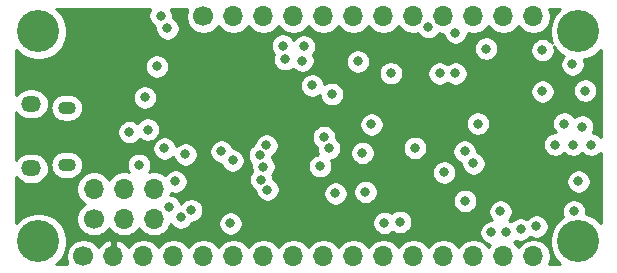
<source format=gbr>
G04 #@! TF.GenerationSoftware,KiCad,Pcbnew,(5.1.5)-3*
G04 #@! TF.CreationDate,2019-12-24T16:56:49-08:00*
G04 #@! TF.ProjectId,NBIoT Wing,4e42496f-5420-4576-996e-672e6b696361,rev?*
G04 #@! TF.SameCoordinates,Original*
G04 #@! TF.FileFunction,Copper,L3,Inr*
G04 #@! TF.FilePolarity,Positive*
%FSLAX46Y46*%
G04 Gerber Fmt 4.6, Leading zero omitted, Abs format (unit mm)*
G04 Created by KiCad (PCBNEW (5.1.5)-3) date 2019-12-24 16:56:49*
%MOMM*%
%LPD*%
G04 APERTURE LIST*
%ADD10C,1.700000*%
%ADD11O,1.700000X1.700000*%
%ADD12C,3.556000*%
%ADD13O,1.500000X1.100000*%
%ADD14O,1.700000X1.350000*%
%ADD15C,0.800000*%
%ADD16C,0.900000*%
%ADD17C,0.254000*%
G04 APERTURE END LIST*
D10*
X146050000Y-90170000D03*
D11*
X148590000Y-90170000D03*
X151130000Y-90170000D03*
X153670000Y-90170000D03*
X156210000Y-90170000D03*
X158750000Y-90170000D03*
X161290000Y-90170000D03*
X163830000Y-90170000D03*
X166370000Y-90170000D03*
X168910000Y-90170000D03*
X171450000Y-90170000D03*
X173990000Y-90170000D03*
D10*
X135890000Y-110490000D03*
D11*
X138430000Y-110490000D03*
X140970000Y-110490000D03*
X143510000Y-110490000D03*
X146050000Y-110490000D03*
X148590000Y-110490000D03*
X151130000Y-110490000D03*
X153670000Y-110490000D03*
X156210000Y-110490000D03*
X158750000Y-110490000D03*
X161290000Y-110490000D03*
X163830000Y-110490000D03*
X166370000Y-110490000D03*
X168910000Y-110490000D03*
X171450000Y-110490000D03*
X173990000Y-110490000D03*
D10*
X136779000Y-107315000D03*
D11*
X136779000Y-104775000D03*
X139319000Y-107315000D03*
X139319000Y-104775000D03*
X141859000Y-107315000D03*
X141859000Y-104775000D03*
D12*
X177800000Y-109220000D03*
X132080000Y-109220000D03*
X177800000Y-91440000D03*
X132080000Y-91440000D03*
D13*
X134473000Y-97885000D03*
X134473000Y-102725000D03*
D14*
X131473000Y-97575000D03*
X131473000Y-103035000D03*
D15*
X177355500Y-101028500D03*
X178879500Y-101028500D03*
X178117500Y-99504500D03*
X176593500Y-99250500D03*
X178371500Y-96456500D03*
X175831500Y-101028500D03*
X172910500Y-108204000D03*
X177800000Y-104140000D03*
X174244000Y-107950000D03*
X171196000Y-106680000D03*
X174752000Y-96520000D03*
X139787669Y-99955662D03*
X160274000Y-99314000D03*
X152781000Y-92646500D03*
X148526500Y-102362000D03*
X169291000Y-99250500D03*
X169989500Y-92900500D03*
X174752000Y-93027500D03*
X168211500Y-105791000D03*
X177292000Y-94234000D03*
X171704000Y-108458000D03*
X170434000Y-108458000D03*
X177419000Y-106680000D03*
X157226000Y-105156000D03*
X165100000Y-91079989D03*
X167386000Y-94996000D03*
X156926330Y-96737010D03*
X159766000Y-105030002D03*
D16*
X172212000Y-97790000D03*
X156357989Y-98535909D03*
X143677015Y-95036015D03*
X146494500Y-107823000D03*
X137604500Y-94996000D03*
X149352000Y-98044000D03*
D15*
X145006096Y-106581021D03*
X144526000Y-101854000D03*
X142430500Y-90106500D03*
X142105284Y-94406505D03*
X143002000Y-91186000D03*
X143129000Y-106299000D03*
X144145000Y-107188000D03*
X143673990Y-104140000D03*
X140589000Y-102743000D03*
X148336000Y-107696000D03*
X147574000Y-101600000D03*
X151384000Y-101092000D03*
X155932350Y-102854938D03*
X152971500Y-93789500D03*
X141097000Y-97028000D03*
X141351000Y-99758500D03*
X156676801Y-101320219D03*
X156260003Y-100388968D03*
X142748000Y-101346000D03*
X154434960Y-93915847D03*
X154559000Y-92710000D03*
X161925000Y-94980011D03*
X167386000Y-91529998D03*
X166052500Y-94996000D03*
X151459964Y-104830955D03*
X161376915Y-107656044D03*
X150936678Y-103978784D03*
X162709995Y-107557001D03*
X168910000Y-102616000D03*
X151132250Y-102877077D03*
X168159223Y-101599428D03*
X150829294Y-101924060D03*
X163953105Y-101294194D03*
X155257500Y-96012000D03*
X159131000Y-93980000D03*
X159512000Y-101727000D03*
X166433500Y-103378000D03*
D17*
G36*
X141513295Y-89616244D02*
G01*
X141435274Y-89804602D01*
X141395500Y-90004561D01*
X141395500Y-90208439D01*
X141435274Y-90408398D01*
X141513295Y-90596756D01*
X141626563Y-90766274D01*
X141770726Y-90910437D01*
X141940244Y-91023705D01*
X141976055Y-91038538D01*
X141967000Y-91084061D01*
X141967000Y-91287939D01*
X142006774Y-91487898D01*
X142084795Y-91676256D01*
X142198063Y-91845774D01*
X142342226Y-91989937D01*
X142511744Y-92103205D01*
X142700102Y-92181226D01*
X142900061Y-92221000D01*
X143103939Y-92221000D01*
X143303898Y-92181226D01*
X143492256Y-92103205D01*
X143661774Y-91989937D01*
X143805937Y-91845774D01*
X143919205Y-91676256D01*
X143997226Y-91487898D01*
X144037000Y-91287939D01*
X144037000Y-91084061D01*
X143997226Y-90884102D01*
X143919205Y-90695744D01*
X143805937Y-90526226D01*
X143661774Y-90382063D01*
X143492256Y-90268795D01*
X143456445Y-90253962D01*
X143465500Y-90208439D01*
X143465500Y-90004561D01*
X143425726Y-89804602D01*
X143347705Y-89616244D01*
X143310124Y-89560000D01*
X144695318Y-89560000D01*
X144622068Y-89736842D01*
X144565000Y-90023740D01*
X144565000Y-90316260D01*
X144622068Y-90603158D01*
X144734010Y-90873411D01*
X144896525Y-91116632D01*
X145103368Y-91323475D01*
X145346589Y-91485990D01*
X145616842Y-91597932D01*
X145903740Y-91655000D01*
X146196260Y-91655000D01*
X146483158Y-91597932D01*
X146753411Y-91485990D01*
X146996632Y-91323475D01*
X147203475Y-91116632D01*
X147320000Y-90942240D01*
X147436525Y-91116632D01*
X147643368Y-91323475D01*
X147886589Y-91485990D01*
X148156842Y-91597932D01*
X148443740Y-91655000D01*
X148736260Y-91655000D01*
X149023158Y-91597932D01*
X149293411Y-91485990D01*
X149536632Y-91323475D01*
X149743475Y-91116632D01*
X149860000Y-90942240D01*
X149976525Y-91116632D01*
X150183368Y-91323475D01*
X150426589Y-91485990D01*
X150696842Y-91597932D01*
X150983740Y-91655000D01*
X151276260Y-91655000D01*
X151563158Y-91597932D01*
X151833411Y-91485990D01*
X152076632Y-91323475D01*
X152283475Y-91116632D01*
X152400000Y-90942240D01*
X152516525Y-91116632D01*
X152723368Y-91323475D01*
X152966589Y-91485990D01*
X153236842Y-91597932D01*
X153523740Y-91655000D01*
X153816260Y-91655000D01*
X154103158Y-91597932D01*
X154373411Y-91485990D01*
X154616632Y-91323475D01*
X154823475Y-91116632D01*
X154940000Y-90942240D01*
X155056525Y-91116632D01*
X155263368Y-91323475D01*
X155506589Y-91485990D01*
X155776842Y-91597932D01*
X156063740Y-91655000D01*
X156356260Y-91655000D01*
X156643158Y-91597932D01*
X156913411Y-91485990D01*
X157156632Y-91323475D01*
X157363475Y-91116632D01*
X157480000Y-90942240D01*
X157596525Y-91116632D01*
X157803368Y-91323475D01*
X158046589Y-91485990D01*
X158316842Y-91597932D01*
X158603740Y-91655000D01*
X158896260Y-91655000D01*
X159183158Y-91597932D01*
X159453411Y-91485990D01*
X159696632Y-91323475D01*
X159903475Y-91116632D01*
X160020000Y-90942240D01*
X160136525Y-91116632D01*
X160343368Y-91323475D01*
X160586589Y-91485990D01*
X160856842Y-91597932D01*
X161143740Y-91655000D01*
X161436260Y-91655000D01*
X161723158Y-91597932D01*
X161993411Y-91485990D01*
X162236632Y-91323475D01*
X162443475Y-91116632D01*
X162560000Y-90942240D01*
X162676525Y-91116632D01*
X162883368Y-91323475D01*
X163126589Y-91485990D01*
X163396842Y-91597932D01*
X163683740Y-91655000D01*
X163976260Y-91655000D01*
X164208552Y-91608794D01*
X164296063Y-91739763D01*
X164440226Y-91883926D01*
X164609744Y-91997194D01*
X164798102Y-92075215D01*
X164998061Y-92114989D01*
X165201939Y-92114989D01*
X165401898Y-92075215D01*
X165590256Y-91997194D01*
X165759774Y-91883926D01*
X165903937Y-91739763D01*
X165991448Y-91608794D01*
X166223740Y-91655000D01*
X166355587Y-91655000D01*
X166390774Y-91831896D01*
X166468795Y-92020254D01*
X166582063Y-92189772D01*
X166726226Y-92333935D01*
X166895744Y-92447203D01*
X167084102Y-92525224D01*
X167284061Y-92564998D01*
X167487939Y-92564998D01*
X167687898Y-92525224D01*
X167876256Y-92447203D01*
X168045774Y-92333935D01*
X168189937Y-92189772D01*
X168303205Y-92020254D01*
X168381226Y-91831896D01*
X168421000Y-91631937D01*
X168421000Y-91574802D01*
X168476842Y-91597932D01*
X168763740Y-91655000D01*
X169056260Y-91655000D01*
X169343158Y-91597932D01*
X169613411Y-91485990D01*
X169856632Y-91323475D01*
X170063475Y-91116632D01*
X170180000Y-90942240D01*
X170296525Y-91116632D01*
X170503368Y-91323475D01*
X170746589Y-91485990D01*
X171016842Y-91597932D01*
X171303740Y-91655000D01*
X171596260Y-91655000D01*
X171883158Y-91597932D01*
X172153411Y-91485990D01*
X172396632Y-91323475D01*
X172603475Y-91116632D01*
X172720000Y-90942240D01*
X172836525Y-91116632D01*
X173043368Y-91323475D01*
X173286589Y-91485990D01*
X173556842Y-91597932D01*
X173843740Y-91655000D01*
X174136260Y-91655000D01*
X174423158Y-91597932D01*
X174693411Y-91485990D01*
X174936632Y-91323475D01*
X175143475Y-91116632D01*
X175305990Y-90873411D01*
X175417932Y-90603158D01*
X175475000Y-90316260D01*
X175475000Y-90023740D01*
X175417932Y-89736842D01*
X175344682Y-89560000D01*
X176270334Y-89560000D01*
X176261802Y-89565701D01*
X175925701Y-89901802D01*
X175661628Y-90297016D01*
X175479731Y-90736154D01*
X175387000Y-91202340D01*
X175387000Y-91677660D01*
X175479731Y-92143846D01*
X175599423Y-92432807D01*
X175555937Y-92367726D01*
X175411774Y-92223563D01*
X175242256Y-92110295D01*
X175053898Y-92032274D01*
X174853939Y-91992500D01*
X174650061Y-91992500D01*
X174450102Y-92032274D01*
X174261744Y-92110295D01*
X174092226Y-92223563D01*
X173948063Y-92367726D01*
X173834795Y-92537244D01*
X173756774Y-92725602D01*
X173717000Y-92925561D01*
X173717000Y-93129439D01*
X173756774Y-93329398D01*
X173834795Y-93517756D01*
X173948063Y-93687274D01*
X174092226Y-93831437D01*
X174261744Y-93944705D01*
X174450102Y-94022726D01*
X174650061Y-94062500D01*
X174853939Y-94062500D01*
X175053898Y-94022726D01*
X175242256Y-93944705D01*
X175411774Y-93831437D01*
X175555937Y-93687274D01*
X175669205Y-93517756D01*
X175747226Y-93329398D01*
X175787000Y-93129439D01*
X175787000Y-92925561D01*
X175747226Y-92725602D01*
X175731411Y-92687422D01*
X175925701Y-92978198D01*
X176261802Y-93314299D01*
X176553251Y-93509038D01*
X176488063Y-93574226D01*
X176374795Y-93743744D01*
X176296774Y-93932102D01*
X176257000Y-94132061D01*
X176257000Y-94335939D01*
X176296774Y-94535898D01*
X176374795Y-94724256D01*
X176488063Y-94893774D01*
X176632226Y-95037937D01*
X176801744Y-95151205D01*
X176990102Y-95229226D01*
X177190061Y-95269000D01*
X177393939Y-95269000D01*
X177593898Y-95229226D01*
X177782256Y-95151205D01*
X177951774Y-95037937D01*
X178095937Y-94893774D01*
X178209205Y-94724256D01*
X178287226Y-94535898D01*
X178327000Y-94335939D01*
X178327000Y-94132061D01*
X178287226Y-93932102D01*
X178237957Y-93813158D01*
X178503846Y-93760269D01*
X178942984Y-93578372D01*
X179338198Y-93314299D01*
X179674299Y-92978198D01*
X179680000Y-92969666D01*
X179680001Y-100365290D01*
X179539274Y-100224563D01*
X179369756Y-100111295D01*
X179181398Y-100033274D01*
X179029197Y-100003000D01*
X179034705Y-99994756D01*
X179112726Y-99806398D01*
X179152500Y-99606439D01*
X179152500Y-99402561D01*
X179112726Y-99202602D01*
X179034705Y-99014244D01*
X178921437Y-98844726D01*
X178777274Y-98700563D01*
X178607756Y-98587295D01*
X178419398Y-98509274D01*
X178219439Y-98469500D01*
X178015561Y-98469500D01*
X177815602Y-98509274D01*
X177627244Y-98587295D01*
X177466784Y-98694511D01*
X177397437Y-98590726D01*
X177253274Y-98446563D01*
X177083756Y-98333295D01*
X176895398Y-98255274D01*
X176695439Y-98215500D01*
X176491561Y-98215500D01*
X176291602Y-98255274D01*
X176103244Y-98333295D01*
X175933726Y-98446563D01*
X175789563Y-98590726D01*
X175676295Y-98760244D01*
X175598274Y-98948602D01*
X175558500Y-99148561D01*
X175558500Y-99352439D01*
X175598274Y-99552398D01*
X175676295Y-99740756D01*
X175789563Y-99910274D01*
X175872789Y-99993500D01*
X175729561Y-99993500D01*
X175529602Y-100033274D01*
X175341244Y-100111295D01*
X175171726Y-100224563D01*
X175027563Y-100368726D01*
X174914295Y-100538244D01*
X174836274Y-100726602D01*
X174796500Y-100926561D01*
X174796500Y-101130439D01*
X174836274Y-101330398D01*
X174914295Y-101518756D01*
X175027563Y-101688274D01*
X175171726Y-101832437D01*
X175341244Y-101945705D01*
X175529602Y-102023726D01*
X175729561Y-102063500D01*
X175933439Y-102063500D01*
X176133398Y-102023726D01*
X176321756Y-101945705D01*
X176491274Y-101832437D01*
X176593500Y-101730211D01*
X176695726Y-101832437D01*
X176865244Y-101945705D01*
X177053602Y-102023726D01*
X177253561Y-102063500D01*
X177457439Y-102063500D01*
X177657398Y-102023726D01*
X177845756Y-101945705D01*
X178015274Y-101832437D01*
X178117500Y-101730211D01*
X178219726Y-101832437D01*
X178389244Y-101945705D01*
X178577602Y-102023726D01*
X178777561Y-102063500D01*
X178981439Y-102063500D01*
X179181398Y-102023726D01*
X179369756Y-101945705D01*
X179539274Y-101832437D01*
X179680001Y-101691710D01*
X179680001Y-107690336D01*
X179674299Y-107681802D01*
X179338198Y-107345701D01*
X178942984Y-107081628D01*
X178503846Y-106899731D01*
X178433359Y-106885710D01*
X178454000Y-106781939D01*
X178454000Y-106578061D01*
X178414226Y-106378102D01*
X178336205Y-106189744D01*
X178222937Y-106020226D01*
X178078774Y-105876063D01*
X177909256Y-105762795D01*
X177720898Y-105684774D01*
X177520939Y-105645000D01*
X177317061Y-105645000D01*
X177117102Y-105684774D01*
X176928744Y-105762795D01*
X176759226Y-105876063D01*
X176615063Y-106020226D01*
X176501795Y-106189744D01*
X176423774Y-106378102D01*
X176384000Y-106578061D01*
X176384000Y-106781939D01*
X176423774Y-106981898D01*
X176501795Y-107170256D01*
X176508764Y-107180686D01*
X176261802Y-107345701D01*
X175925701Y-107681802D01*
X175661628Y-108077016D01*
X175479731Y-108516154D01*
X175387000Y-108982340D01*
X175387000Y-109457660D01*
X175479731Y-109923846D01*
X175661628Y-110362984D01*
X175925701Y-110758198D01*
X176261802Y-111094299D01*
X176270334Y-111100000D01*
X175344682Y-111100000D01*
X175417932Y-110923158D01*
X175475000Y-110636260D01*
X175475000Y-110343740D01*
X175417932Y-110056842D01*
X175305990Y-109786589D01*
X175143475Y-109543368D01*
X174936632Y-109336525D01*
X174693411Y-109174010D01*
X174423158Y-109062068D01*
X174136260Y-109005000D01*
X173843740Y-109005000D01*
X173556842Y-109062068D01*
X173286589Y-109174010D01*
X173043368Y-109336525D01*
X172836525Y-109543368D01*
X172720000Y-109717760D01*
X172603475Y-109543368D01*
X172396632Y-109336525D01*
X172324389Y-109288253D01*
X172363774Y-109261937D01*
X172479826Y-109145885D01*
X172608602Y-109199226D01*
X172808561Y-109239000D01*
X173012439Y-109239000D01*
X173212398Y-109199226D01*
X173400756Y-109121205D01*
X173570274Y-109007937D01*
X173714437Y-108863774D01*
X173724984Y-108847989D01*
X173753744Y-108867205D01*
X173942102Y-108945226D01*
X174142061Y-108985000D01*
X174345939Y-108985000D01*
X174545898Y-108945226D01*
X174734256Y-108867205D01*
X174903774Y-108753937D01*
X175047937Y-108609774D01*
X175161205Y-108440256D01*
X175239226Y-108251898D01*
X175279000Y-108051939D01*
X175279000Y-107848061D01*
X175239226Y-107648102D01*
X175161205Y-107459744D01*
X175047937Y-107290226D01*
X174903774Y-107146063D01*
X174734256Y-107032795D01*
X174545898Y-106954774D01*
X174345939Y-106915000D01*
X174142061Y-106915000D01*
X173942102Y-106954774D01*
X173753744Y-107032795D01*
X173584226Y-107146063D01*
X173440063Y-107290226D01*
X173429516Y-107306011D01*
X173400756Y-107286795D01*
X173212398Y-107208774D01*
X173012439Y-107169000D01*
X172808561Y-107169000D01*
X172608602Y-107208774D01*
X172420244Y-107286795D01*
X172250726Y-107400063D01*
X172134674Y-107516115D01*
X172005898Y-107462774D01*
X171898333Y-107441378D01*
X171999937Y-107339774D01*
X172113205Y-107170256D01*
X172191226Y-106981898D01*
X172231000Y-106781939D01*
X172231000Y-106578061D01*
X172191226Y-106378102D01*
X172113205Y-106189744D01*
X171999937Y-106020226D01*
X171855774Y-105876063D01*
X171686256Y-105762795D01*
X171497898Y-105684774D01*
X171297939Y-105645000D01*
X171094061Y-105645000D01*
X170894102Y-105684774D01*
X170705744Y-105762795D01*
X170536226Y-105876063D01*
X170392063Y-106020226D01*
X170278795Y-106189744D01*
X170200774Y-106378102D01*
X170161000Y-106578061D01*
X170161000Y-106781939D01*
X170200774Y-106981898D01*
X170278795Y-107170256D01*
X170392063Y-107339774D01*
X170475289Y-107423000D01*
X170332061Y-107423000D01*
X170132102Y-107462774D01*
X169943744Y-107540795D01*
X169774226Y-107654063D01*
X169630063Y-107798226D01*
X169516795Y-107967744D01*
X169438774Y-108156102D01*
X169399000Y-108356061D01*
X169399000Y-108559939D01*
X169438774Y-108759898D01*
X169516795Y-108948256D01*
X169630063Y-109117774D01*
X169774226Y-109261937D01*
X169943744Y-109375205D01*
X170132102Y-109453226D01*
X170332061Y-109493000D01*
X170346893Y-109493000D01*
X170296525Y-109543368D01*
X170180000Y-109717760D01*
X170063475Y-109543368D01*
X169856632Y-109336525D01*
X169613411Y-109174010D01*
X169343158Y-109062068D01*
X169056260Y-109005000D01*
X168763740Y-109005000D01*
X168476842Y-109062068D01*
X168206589Y-109174010D01*
X167963368Y-109336525D01*
X167756525Y-109543368D01*
X167640000Y-109717760D01*
X167523475Y-109543368D01*
X167316632Y-109336525D01*
X167073411Y-109174010D01*
X166803158Y-109062068D01*
X166516260Y-109005000D01*
X166223740Y-109005000D01*
X165936842Y-109062068D01*
X165666589Y-109174010D01*
X165423368Y-109336525D01*
X165216525Y-109543368D01*
X165100000Y-109717760D01*
X164983475Y-109543368D01*
X164776632Y-109336525D01*
X164533411Y-109174010D01*
X164263158Y-109062068D01*
X163976260Y-109005000D01*
X163683740Y-109005000D01*
X163396842Y-109062068D01*
X163126589Y-109174010D01*
X162883368Y-109336525D01*
X162676525Y-109543368D01*
X162560000Y-109717760D01*
X162443475Y-109543368D01*
X162236632Y-109336525D01*
X161993411Y-109174010D01*
X161723158Y-109062068D01*
X161436260Y-109005000D01*
X161143740Y-109005000D01*
X160856842Y-109062068D01*
X160586589Y-109174010D01*
X160343368Y-109336525D01*
X160136525Y-109543368D01*
X160020000Y-109717760D01*
X159903475Y-109543368D01*
X159696632Y-109336525D01*
X159453411Y-109174010D01*
X159183158Y-109062068D01*
X158896260Y-109005000D01*
X158603740Y-109005000D01*
X158316842Y-109062068D01*
X158046589Y-109174010D01*
X157803368Y-109336525D01*
X157596525Y-109543368D01*
X157480000Y-109717760D01*
X157363475Y-109543368D01*
X157156632Y-109336525D01*
X156913411Y-109174010D01*
X156643158Y-109062068D01*
X156356260Y-109005000D01*
X156063740Y-109005000D01*
X155776842Y-109062068D01*
X155506589Y-109174010D01*
X155263368Y-109336525D01*
X155056525Y-109543368D01*
X154940000Y-109717760D01*
X154823475Y-109543368D01*
X154616632Y-109336525D01*
X154373411Y-109174010D01*
X154103158Y-109062068D01*
X153816260Y-109005000D01*
X153523740Y-109005000D01*
X153236842Y-109062068D01*
X152966589Y-109174010D01*
X152723368Y-109336525D01*
X152516525Y-109543368D01*
X152400000Y-109717760D01*
X152283475Y-109543368D01*
X152076632Y-109336525D01*
X151833411Y-109174010D01*
X151563158Y-109062068D01*
X151276260Y-109005000D01*
X150983740Y-109005000D01*
X150696842Y-109062068D01*
X150426589Y-109174010D01*
X150183368Y-109336525D01*
X149976525Y-109543368D01*
X149860000Y-109717760D01*
X149743475Y-109543368D01*
X149536632Y-109336525D01*
X149293411Y-109174010D01*
X149023158Y-109062068D01*
X148736260Y-109005000D01*
X148443740Y-109005000D01*
X148156842Y-109062068D01*
X147886589Y-109174010D01*
X147643368Y-109336525D01*
X147436525Y-109543368D01*
X147320000Y-109717760D01*
X147203475Y-109543368D01*
X146996632Y-109336525D01*
X146753411Y-109174010D01*
X146483158Y-109062068D01*
X146196260Y-109005000D01*
X145903740Y-109005000D01*
X145616842Y-109062068D01*
X145346589Y-109174010D01*
X145103368Y-109336525D01*
X144896525Y-109543368D01*
X144780000Y-109717760D01*
X144663475Y-109543368D01*
X144456632Y-109336525D01*
X144213411Y-109174010D01*
X143943158Y-109062068D01*
X143656260Y-109005000D01*
X143363740Y-109005000D01*
X143076842Y-109062068D01*
X142806589Y-109174010D01*
X142563368Y-109336525D01*
X142356525Y-109543368D01*
X142240000Y-109717760D01*
X142123475Y-109543368D01*
X141916632Y-109336525D01*
X141673411Y-109174010D01*
X141403158Y-109062068D01*
X141116260Y-109005000D01*
X140823740Y-109005000D01*
X140536842Y-109062068D01*
X140266589Y-109174010D01*
X140023368Y-109336525D01*
X139816525Y-109543368D01*
X139694805Y-109725534D01*
X139625178Y-109608645D01*
X139430269Y-109392412D01*
X139196920Y-109218359D01*
X138934099Y-109093175D01*
X138786890Y-109048524D01*
X138557000Y-109169845D01*
X138557000Y-110363000D01*
X138577000Y-110363000D01*
X138577000Y-110617000D01*
X138557000Y-110617000D01*
X138557000Y-110637000D01*
X138303000Y-110637000D01*
X138303000Y-110617000D01*
X138283000Y-110617000D01*
X138283000Y-110363000D01*
X138303000Y-110363000D01*
X138303000Y-109169845D01*
X138073110Y-109048524D01*
X137925901Y-109093175D01*
X137663080Y-109218359D01*
X137429731Y-109392412D01*
X137234822Y-109608645D01*
X137165195Y-109725534D01*
X137043475Y-109543368D01*
X136836632Y-109336525D01*
X136593411Y-109174010D01*
X136323158Y-109062068D01*
X136036260Y-109005000D01*
X135743740Y-109005000D01*
X135456842Y-109062068D01*
X135186589Y-109174010D01*
X134943368Y-109336525D01*
X134736525Y-109543368D01*
X134574010Y-109786589D01*
X134462068Y-110056842D01*
X134405000Y-110343740D01*
X134405000Y-110636260D01*
X134462068Y-110923158D01*
X134535318Y-111100000D01*
X133609666Y-111100000D01*
X133618198Y-111094299D01*
X133954299Y-110758198D01*
X134218372Y-110362984D01*
X134400269Y-109923846D01*
X134493000Y-109457660D01*
X134493000Y-108982340D01*
X134400269Y-108516154D01*
X134218372Y-108077016D01*
X133954299Y-107681802D01*
X133618198Y-107345701D01*
X133222984Y-107081628D01*
X132783846Y-106899731D01*
X132317660Y-106807000D01*
X131842340Y-106807000D01*
X131376154Y-106899731D01*
X130937016Y-107081628D01*
X130541802Y-107345701D01*
X130205701Y-107681802D01*
X130200000Y-107690334D01*
X130200000Y-104628740D01*
X135294000Y-104628740D01*
X135294000Y-104921260D01*
X135351068Y-105208158D01*
X135463010Y-105478411D01*
X135625525Y-105721632D01*
X135832368Y-105928475D01*
X136006760Y-106045000D01*
X135832368Y-106161525D01*
X135625525Y-106368368D01*
X135463010Y-106611589D01*
X135351068Y-106881842D01*
X135294000Y-107168740D01*
X135294000Y-107461260D01*
X135351068Y-107748158D01*
X135463010Y-108018411D01*
X135625525Y-108261632D01*
X135832368Y-108468475D01*
X136075589Y-108630990D01*
X136345842Y-108742932D01*
X136632740Y-108800000D01*
X136925260Y-108800000D01*
X137212158Y-108742932D01*
X137482411Y-108630990D01*
X137725632Y-108468475D01*
X137932475Y-108261632D01*
X138049000Y-108087240D01*
X138165525Y-108261632D01*
X138372368Y-108468475D01*
X138615589Y-108630990D01*
X138885842Y-108742932D01*
X139172740Y-108800000D01*
X139465260Y-108800000D01*
X139752158Y-108742932D01*
X140022411Y-108630990D01*
X140265632Y-108468475D01*
X140472475Y-108261632D01*
X140589000Y-108087240D01*
X140705525Y-108261632D01*
X140912368Y-108468475D01*
X141155589Y-108630990D01*
X141425842Y-108742932D01*
X141712740Y-108800000D01*
X142005260Y-108800000D01*
X142292158Y-108742932D01*
X142562411Y-108630990D01*
X142805632Y-108468475D01*
X143012475Y-108261632D01*
X143174990Y-108018411D01*
X143282175Y-107759642D01*
X143341063Y-107847774D01*
X143485226Y-107991937D01*
X143654744Y-108105205D01*
X143843102Y-108183226D01*
X144043061Y-108223000D01*
X144246939Y-108223000D01*
X144446898Y-108183226D01*
X144635256Y-108105205D01*
X144804774Y-107991937D01*
X144948937Y-107847774D01*
X145062205Y-107678256D01*
X145087984Y-107616021D01*
X145108035Y-107616021D01*
X145218436Y-107594061D01*
X147301000Y-107594061D01*
X147301000Y-107797939D01*
X147340774Y-107997898D01*
X147418795Y-108186256D01*
X147532063Y-108355774D01*
X147676226Y-108499937D01*
X147845744Y-108613205D01*
X148034102Y-108691226D01*
X148234061Y-108731000D01*
X148437939Y-108731000D01*
X148637898Y-108691226D01*
X148826256Y-108613205D01*
X148995774Y-108499937D01*
X149139937Y-108355774D01*
X149253205Y-108186256D01*
X149331226Y-107997898D01*
X149371000Y-107797939D01*
X149371000Y-107594061D01*
X149363053Y-107554105D01*
X160341915Y-107554105D01*
X160341915Y-107757983D01*
X160381689Y-107957942D01*
X160459710Y-108146300D01*
X160572978Y-108315818D01*
X160717141Y-108459981D01*
X160886659Y-108573249D01*
X161075017Y-108651270D01*
X161274976Y-108691044D01*
X161478854Y-108691044D01*
X161678813Y-108651270D01*
X161867171Y-108573249D01*
X162036689Y-108459981D01*
X162101481Y-108395189D01*
X162219739Y-108474206D01*
X162408097Y-108552227D01*
X162608056Y-108592001D01*
X162811934Y-108592001D01*
X163011893Y-108552227D01*
X163200251Y-108474206D01*
X163369769Y-108360938D01*
X163513932Y-108216775D01*
X163627200Y-108047257D01*
X163705221Y-107858899D01*
X163744995Y-107658940D01*
X163744995Y-107455062D01*
X163705221Y-107255103D01*
X163627200Y-107066745D01*
X163513932Y-106897227D01*
X163369769Y-106753064D01*
X163200251Y-106639796D01*
X163011893Y-106561775D01*
X162811934Y-106522001D01*
X162608056Y-106522001D01*
X162408097Y-106561775D01*
X162219739Y-106639796D01*
X162050221Y-106753064D01*
X161985429Y-106817856D01*
X161867171Y-106738839D01*
X161678813Y-106660818D01*
X161478854Y-106621044D01*
X161274976Y-106621044D01*
X161075017Y-106660818D01*
X160886659Y-106738839D01*
X160717141Y-106852107D01*
X160572978Y-106996270D01*
X160459710Y-107165788D01*
X160381689Y-107354146D01*
X160341915Y-107554105D01*
X149363053Y-107554105D01*
X149331226Y-107394102D01*
X149253205Y-107205744D01*
X149139937Y-107036226D01*
X148995774Y-106892063D01*
X148826256Y-106778795D01*
X148637898Y-106700774D01*
X148437939Y-106661000D01*
X148234061Y-106661000D01*
X148034102Y-106700774D01*
X147845744Y-106778795D01*
X147676226Y-106892063D01*
X147532063Y-107036226D01*
X147418795Y-107205744D01*
X147340774Y-107394102D01*
X147301000Y-107594061D01*
X145218436Y-107594061D01*
X145307994Y-107576247D01*
X145496352Y-107498226D01*
X145665870Y-107384958D01*
X145810033Y-107240795D01*
X145923301Y-107071277D01*
X146001322Y-106882919D01*
X146041096Y-106682960D01*
X146041096Y-106479082D01*
X146001322Y-106279123D01*
X145923301Y-106090765D01*
X145810033Y-105921247D01*
X145665870Y-105777084D01*
X145496352Y-105663816D01*
X145307994Y-105585795D01*
X145108035Y-105546021D01*
X144904157Y-105546021D01*
X144704198Y-105585795D01*
X144515840Y-105663816D01*
X144346322Y-105777084D01*
X144202159Y-105921247D01*
X144130477Y-106028527D01*
X144124226Y-105997102D01*
X144046205Y-105808744D01*
X143932937Y-105639226D01*
X143788774Y-105495063D01*
X143619256Y-105381795D01*
X143430898Y-105303774D01*
X143261300Y-105270039D01*
X143286932Y-105208158D01*
X143306817Y-105108188D01*
X143372092Y-105135226D01*
X143572051Y-105175000D01*
X143775929Y-105175000D01*
X143975888Y-105135226D01*
X144164246Y-105057205D01*
X144333764Y-104943937D01*
X144477927Y-104799774D01*
X144591195Y-104630256D01*
X144669216Y-104441898D01*
X144708990Y-104241939D01*
X144708990Y-104038061D01*
X144669216Y-103838102D01*
X144591195Y-103649744D01*
X144477927Y-103480226D01*
X144333764Y-103336063D01*
X144164246Y-103222795D01*
X143975888Y-103144774D01*
X143775929Y-103105000D01*
X143572051Y-103105000D01*
X143372092Y-103144774D01*
X143183734Y-103222795D01*
X143014216Y-103336063D01*
X142870053Y-103480226D01*
X142784897Y-103607671D01*
X142562411Y-103459010D01*
X142292158Y-103347068D01*
X142005260Y-103290000D01*
X141712740Y-103290000D01*
X141430820Y-103346078D01*
X141506205Y-103233256D01*
X141584226Y-103044898D01*
X141624000Y-102844939D01*
X141624000Y-102641061D01*
X141584226Y-102441102D01*
X141506205Y-102252744D01*
X141392937Y-102083226D01*
X141248774Y-101939063D01*
X141079256Y-101825795D01*
X140890898Y-101747774D01*
X140690939Y-101708000D01*
X140487061Y-101708000D01*
X140287102Y-101747774D01*
X140098744Y-101825795D01*
X139929226Y-101939063D01*
X139785063Y-102083226D01*
X139671795Y-102252744D01*
X139593774Y-102441102D01*
X139554000Y-102641061D01*
X139554000Y-102844939D01*
X139593774Y-103044898D01*
X139671795Y-103233256D01*
X139747180Y-103346078D01*
X139465260Y-103290000D01*
X139172740Y-103290000D01*
X138885842Y-103347068D01*
X138615589Y-103459010D01*
X138372368Y-103621525D01*
X138165525Y-103828368D01*
X138049000Y-104002760D01*
X137932475Y-103828368D01*
X137725632Y-103621525D01*
X137482411Y-103459010D01*
X137212158Y-103347068D01*
X136925260Y-103290000D01*
X136632740Y-103290000D01*
X136345842Y-103347068D01*
X136075589Y-103459010D01*
X135832368Y-103621525D01*
X135625525Y-103828368D01*
X135463010Y-104071589D01*
X135351068Y-104341842D01*
X135294000Y-104628740D01*
X130200000Y-104628740D01*
X130200000Y-103759761D01*
X130203505Y-103766318D01*
X130367208Y-103965792D01*
X130566682Y-104129495D01*
X130794259Y-104251138D01*
X131041195Y-104326045D01*
X131233649Y-104345000D01*
X131712351Y-104345000D01*
X131904805Y-104326045D01*
X132151741Y-104251138D01*
X132379318Y-104129495D01*
X132578792Y-103965792D01*
X132742495Y-103766318D01*
X132864138Y-103538741D01*
X132939045Y-103291805D01*
X132964338Y-103035000D01*
X132939045Y-102778195D01*
X132922909Y-102725000D01*
X133082267Y-102725000D01*
X133105147Y-102957300D01*
X133172906Y-103180674D01*
X133282942Y-103386536D01*
X133431025Y-103566975D01*
X133611464Y-103715058D01*
X133817326Y-103825094D01*
X134040700Y-103892853D01*
X134214793Y-103910000D01*
X134731207Y-103910000D01*
X134905300Y-103892853D01*
X135128674Y-103825094D01*
X135334536Y-103715058D01*
X135514975Y-103566975D01*
X135663058Y-103386536D01*
X135773094Y-103180674D01*
X135840853Y-102957300D01*
X135863733Y-102725000D01*
X135840853Y-102492700D01*
X135773094Y-102269326D01*
X135663058Y-102063464D01*
X135514975Y-101883025D01*
X135334536Y-101734942D01*
X135128674Y-101624906D01*
X134905300Y-101557147D01*
X134731207Y-101540000D01*
X134214793Y-101540000D01*
X134040700Y-101557147D01*
X133817326Y-101624906D01*
X133611464Y-101734942D01*
X133431025Y-101883025D01*
X133282942Y-102063464D01*
X133172906Y-102269326D01*
X133105147Y-102492700D01*
X133082267Y-102725000D01*
X132922909Y-102725000D01*
X132864138Y-102531259D01*
X132742495Y-102303682D01*
X132578792Y-102104208D01*
X132379318Y-101940505D01*
X132151741Y-101818862D01*
X131904805Y-101743955D01*
X131712351Y-101725000D01*
X131233649Y-101725000D01*
X131041195Y-101743955D01*
X130794259Y-101818862D01*
X130566682Y-101940505D01*
X130367208Y-102104208D01*
X130203505Y-102303682D01*
X130200000Y-102310239D01*
X130200000Y-101244061D01*
X141713000Y-101244061D01*
X141713000Y-101447939D01*
X141752774Y-101647898D01*
X141830795Y-101836256D01*
X141944063Y-102005774D01*
X142088226Y-102149937D01*
X142257744Y-102263205D01*
X142446102Y-102341226D01*
X142646061Y-102381000D01*
X142849939Y-102381000D01*
X143049898Y-102341226D01*
X143238256Y-102263205D01*
X143407774Y-102149937D01*
X143509378Y-102048333D01*
X143530774Y-102155898D01*
X143608795Y-102344256D01*
X143722063Y-102513774D01*
X143866226Y-102657937D01*
X144035744Y-102771205D01*
X144224102Y-102849226D01*
X144424061Y-102889000D01*
X144627939Y-102889000D01*
X144827898Y-102849226D01*
X145016256Y-102771205D01*
X145185774Y-102657937D01*
X145329937Y-102513774D01*
X145443205Y-102344256D01*
X145521226Y-102155898D01*
X145561000Y-101955939D01*
X145561000Y-101752061D01*
X145521226Y-101552102D01*
X145498842Y-101498061D01*
X146539000Y-101498061D01*
X146539000Y-101701939D01*
X146578774Y-101901898D01*
X146656795Y-102090256D01*
X146770063Y-102259774D01*
X146914226Y-102403937D01*
X147083744Y-102517205D01*
X147272102Y-102595226D01*
X147472061Y-102635000D01*
X147525526Y-102635000D01*
X147531274Y-102663898D01*
X147609295Y-102852256D01*
X147722563Y-103021774D01*
X147866726Y-103165937D01*
X148036244Y-103279205D01*
X148224602Y-103357226D01*
X148424561Y-103397000D01*
X148628439Y-103397000D01*
X148828398Y-103357226D01*
X149016756Y-103279205D01*
X149186274Y-103165937D01*
X149330437Y-103021774D01*
X149443705Y-102852256D01*
X149521726Y-102663898D01*
X149561500Y-102463939D01*
X149561500Y-102260061D01*
X149521726Y-102060102D01*
X149443705Y-101871744D01*
X149410549Y-101822121D01*
X149794294Y-101822121D01*
X149794294Y-102025999D01*
X149834068Y-102225958D01*
X149912089Y-102414316D01*
X150025357Y-102583834D01*
X150117061Y-102675538D01*
X150097250Y-102775138D01*
X150097250Y-102979016D01*
X150137024Y-103178975D01*
X150176785Y-103274966D01*
X150132741Y-103319010D01*
X150019473Y-103488528D01*
X149941452Y-103676886D01*
X149901678Y-103876845D01*
X149901678Y-104080723D01*
X149941452Y-104280682D01*
X150019473Y-104469040D01*
X150132741Y-104638558D01*
X150276904Y-104782721D01*
X150424964Y-104881651D01*
X150424964Y-104932894D01*
X150464738Y-105132853D01*
X150542759Y-105321211D01*
X150656027Y-105490729D01*
X150800190Y-105634892D01*
X150969708Y-105748160D01*
X151158066Y-105826181D01*
X151358025Y-105865955D01*
X151561903Y-105865955D01*
X151761862Y-105826181D01*
X151950220Y-105748160D01*
X152119738Y-105634892D01*
X152263901Y-105490729D01*
X152377169Y-105321211D01*
X152455190Y-105132853D01*
X152470862Y-105054061D01*
X156191000Y-105054061D01*
X156191000Y-105257939D01*
X156230774Y-105457898D01*
X156308795Y-105646256D01*
X156422063Y-105815774D01*
X156566226Y-105959937D01*
X156735744Y-106073205D01*
X156924102Y-106151226D01*
X157124061Y-106191000D01*
X157327939Y-106191000D01*
X157527898Y-106151226D01*
X157716256Y-106073205D01*
X157885774Y-105959937D01*
X158029937Y-105815774D01*
X158143205Y-105646256D01*
X158221226Y-105457898D01*
X158261000Y-105257939D01*
X158261000Y-105054061D01*
X158235938Y-104928063D01*
X158731000Y-104928063D01*
X158731000Y-105131941D01*
X158770774Y-105331900D01*
X158848795Y-105520258D01*
X158962063Y-105689776D01*
X159106226Y-105833939D01*
X159275744Y-105947207D01*
X159464102Y-106025228D01*
X159664061Y-106065002D01*
X159867939Y-106065002D01*
X160067898Y-106025228D01*
X160256256Y-105947207D01*
X160425774Y-105833939D01*
X160569937Y-105689776D01*
X160570414Y-105689061D01*
X167176500Y-105689061D01*
X167176500Y-105892939D01*
X167216274Y-106092898D01*
X167294295Y-106281256D01*
X167407563Y-106450774D01*
X167551726Y-106594937D01*
X167721244Y-106708205D01*
X167909602Y-106786226D01*
X168109561Y-106826000D01*
X168313439Y-106826000D01*
X168513398Y-106786226D01*
X168701756Y-106708205D01*
X168871274Y-106594937D01*
X169015437Y-106450774D01*
X169128705Y-106281256D01*
X169206726Y-106092898D01*
X169246500Y-105892939D01*
X169246500Y-105689061D01*
X169206726Y-105489102D01*
X169128705Y-105300744D01*
X169015437Y-105131226D01*
X168871274Y-104987063D01*
X168701756Y-104873795D01*
X168513398Y-104795774D01*
X168313439Y-104756000D01*
X168109561Y-104756000D01*
X167909602Y-104795774D01*
X167721244Y-104873795D01*
X167551726Y-104987063D01*
X167407563Y-105131226D01*
X167294295Y-105300744D01*
X167216274Y-105489102D01*
X167176500Y-105689061D01*
X160570414Y-105689061D01*
X160683205Y-105520258D01*
X160761226Y-105331900D01*
X160801000Y-105131941D01*
X160801000Y-104928063D01*
X160761226Y-104728104D01*
X160683205Y-104539746D01*
X160569937Y-104370228D01*
X160425774Y-104226065D01*
X160256256Y-104112797D01*
X160067898Y-104034776D01*
X159867939Y-103995002D01*
X159664061Y-103995002D01*
X159464102Y-104034776D01*
X159275744Y-104112797D01*
X159106226Y-104226065D01*
X158962063Y-104370228D01*
X158848795Y-104539746D01*
X158770774Y-104728104D01*
X158731000Y-104928063D01*
X158235938Y-104928063D01*
X158221226Y-104854102D01*
X158143205Y-104665744D01*
X158029937Y-104496226D01*
X157885774Y-104352063D01*
X157716256Y-104238795D01*
X157527898Y-104160774D01*
X157327939Y-104121000D01*
X157124061Y-104121000D01*
X156924102Y-104160774D01*
X156735744Y-104238795D01*
X156566226Y-104352063D01*
X156422063Y-104496226D01*
X156308795Y-104665744D01*
X156230774Y-104854102D01*
X156191000Y-105054061D01*
X152470862Y-105054061D01*
X152494964Y-104932894D01*
X152494964Y-104729016D01*
X152455190Y-104529057D01*
X152377169Y-104340699D01*
X152263901Y-104171181D01*
X152119738Y-104027018D01*
X151971678Y-103928088D01*
X151971678Y-103876845D01*
X151931904Y-103676886D01*
X151892143Y-103580895D01*
X151936187Y-103536851D01*
X152049455Y-103367333D01*
X152127476Y-103178975D01*
X152167250Y-102979016D01*
X152167250Y-102775138D01*
X152162847Y-102752999D01*
X154897350Y-102752999D01*
X154897350Y-102956877D01*
X154937124Y-103156836D01*
X155015145Y-103345194D01*
X155128413Y-103514712D01*
X155272576Y-103658875D01*
X155442094Y-103772143D01*
X155630452Y-103850164D01*
X155830411Y-103889938D01*
X156034289Y-103889938D01*
X156234248Y-103850164D01*
X156422606Y-103772143D01*
X156592124Y-103658875D01*
X156736287Y-103514712D01*
X156849555Y-103345194D01*
X156878191Y-103276061D01*
X165398500Y-103276061D01*
X165398500Y-103479939D01*
X165438274Y-103679898D01*
X165516295Y-103868256D01*
X165629563Y-104037774D01*
X165773726Y-104181937D01*
X165943244Y-104295205D01*
X166131602Y-104373226D01*
X166331561Y-104413000D01*
X166535439Y-104413000D01*
X166735398Y-104373226D01*
X166923756Y-104295205D01*
X167093274Y-104181937D01*
X167237150Y-104038061D01*
X176765000Y-104038061D01*
X176765000Y-104241939D01*
X176804774Y-104441898D01*
X176882795Y-104630256D01*
X176996063Y-104799774D01*
X177140226Y-104943937D01*
X177309744Y-105057205D01*
X177498102Y-105135226D01*
X177698061Y-105175000D01*
X177901939Y-105175000D01*
X178101898Y-105135226D01*
X178290256Y-105057205D01*
X178459774Y-104943937D01*
X178603937Y-104799774D01*
X178717205Y-104630256D01*
X178795226Y-104441898D01*
X178835000Y-104241939D01*
X178835000Y-104038061D01*
X178795226Y-103838102D01*
X178717205Y-103649744D01*
X178603937Y-103480226D01*
X178459774Y-103336063D01*
X178290256Y-103222795D01*
X178101898Y-103144774D01*
X177901939Y-103105000D01*
X177698061Y-103105000D01*
X177498102Y-103144774D01*
X177309744Y-103222795D01*
X177140226Y-103336063D01*
X176996063Y-103480226D01*
X176882795Y-103649744D01*
X176804774Y-103838102D01*
X176765000Y-104038061D01*
X167237150Y-104038061D01*
X167237437Y-104037774D01*
X167350705Y-103868256D01*
X167428726Y-103679898D01*
X167468500Y-103479939D01*
X167468500Y-103276061D01*
X167428726Y-103076102D01*
X167350705Y-102887744D01*
X167237437Y-102718226D01*
X167093274Y-102574063D01*
X166923756Y-102460795D01*
X166735398Y-102382774D01*
X166535439Y-102343000D01*
X166331561Y-102343000D01*
X166131602Y-102382774D01*
X165943244Y-102460795D01*
X165773726Y-102574063D01*
X165629563Y-102718226D01*
X165516295Y-102887744D01*
X165438274Y-103076102D01*
X165398500Y-103276061D01*
X156878191Y-103276061D01*
X156927576Y-103156836D01*
X156967350Y-102956877D01*
X156967350Y-102752999D01*
X156927576Y-102553040D01*
X156849555Y-102364682D01*
X156835666Y-102343896D01*
X156978699Y-102315445D01*
X157167057Y-102237424D01*
X157336575Y-102124156D01*
X157480738Y-101979993D01*
X157594006Y-101810475D01*
X157670807Y-101625061D01*
X158477000Y-101625061D01*
X158477000Y-101828939D01*
X158516774Y-102028898D01*
X158594795Y-102217256D01*
X158708063Y-102386774D01*
X158852226Y-102530937D01*
X159021744Y-102644205D01*
X159210102Y-102722226D01*
X159410061Y-102762000D01*
X159613939Y-102762000D01*
X159813898Y-102722226D01*
X160002256Y-102644205D01*
X160171774Y-102530937D01*
X160315937Y-102386774D01*
X160429205Y-102217256D01*
X160507226Y-102028898D01*
X160547000Y-101828939D01*
X160547000Y-101625061D01*
X160507226Y-101425102D01*
X160429205Y-101236744D01*
X160399479Y-101192255D01*
X162918105Y-101192255D01*
X162918105Y-101396133D01*
X162957879Y-101596092D01*
X163035900Y-101784450D01*
X163149168Y-101953968D01*
X163293331Y-102098131D01*
X163462849Y-102211399D01*
X163651207Y-102289420D01*
X163851166Y-102329194D01*
X164055044Y-102329194D01*
X164255003Y-102289420D01*
X164443361Y-102211399D01*
X164612879Y-102098131D01*
X164757042Y-101953968D01*
X164870310Y-101784450D01*
X164948331Y-101596092D01*
X164967944Y-101497489D01*
X167124223Y-101497489D01*
X167124223Y-101701367D01*
X167163997Y-101901326D01*
X167242018Y-102089684D01*
X167355286Y-102259202D01*
X167499449Y-102403365D01*
X167668967Y-102516633D01*
X167857325Y-102594654D01*
X167875000Y-102598170D01*
X167875000Y-102717939D01*
X167914774Y-102917898D01*
X167992795Y-103106256D01*
X168106063Y-103275774D01*
X168250226Y-103419937D01*
X168419744Y-103533205D01*
X168608102Y-103611226D01*
X168808061Y-103651000D01*
X169011939Y-103651000D01*
X169211898Y-103611226D01*
X169400256Y-103533205D01*
X169569774Y-103419937D01*
X169713937Y-103275774D01*
X169827205Y-103106256D01*
X169905226Y-102917898D01*
X169945000Y-102717939D01*
X169945000Y-102514061D01*
X169905226Y-102314102D01*
X169827205Y-102125744D01*
X169713937Y-101956226D01*
X169569774Y-101812063D01*
X169400256Y-101698795D01*
X169211898Y-101620774D01*
X169194223Y-101617258D01*
X169194223Y-101497489D01*
X169154449Y-101297530D01*
X169076428Y-101109172D01*
X168963160Y-100939654D01*
X168818997Y-100795491D01*
X168649479Y-100682223D01*
X168461121Y-100604202D01*
X168261162Y-100564428D01*
X168057284Y-100564428D01*
X167857325Y-100604202D01*
X167668967Y-100682223D01*
X167499449Y-100795491D01*
X167355286Y-100939654D01*
X167242018Y-101109172D01*
X167163997Y-101297530D01*
X167124223Y-101497489D01*
X164967944Y-101497489D01*
X164988105Y-101396133D01*
X164988105Y-101192255D01*
X164948331Y-100992296D01*
X164870310Y-100803938D01*
X164757042Y-100634420D01*
X164612879Y-100490257D01*
X164443361Y-100376989D01*
X164255003Y-100298968D01*
X164055044Y-100259194D01*
X163851166Y-100259194D01*
X163651207Y-100298968D01*
X163462849Y-100376989D01*
X163293331Y-100490257D01*
X163149168Y-100634420D01*
X163035900Y-100803938D01*
X162957879Y-100992296D01*
X162918105Y-101192255D01*
X160399479Y-101192255D01*
X160315937Y-101067226D01*
X160171774Y-100923063D01*
X160002256Y-100809795D01*
X159813898Y-100731774D01*
X159613939Y-100692000D01*
X159410061Y-100692000D01*
X159210102Y-100731774D01*
X159021744Y-100809795D01*
X158852226Y-100923063D01*
X158708063Y-101067226D01*
X158594795Y-101236744D01*
X158516774Y-101425102D01*
X158477000Y-101625061D01*
X157670807Y-101625061D01*
X157672027Y-101622117D01*
X157711801Y-101422158D01*
X157711801Y-101218280D01*
X157672027Y-101018321D01*
X157594006Y-100829963D01*
X157480738Y-100660445D01*
X157336575Y-100516282D01*
X157295003Y-100488505D01*
X157295003Y-100287029D01*
X157255229Y-100087070D01*
X157177208Y-99898712D01*
X157063940Y-99729194D01*
X156919777Y-99585031D01*
X156750259Y-99471763D01*
X156561901Y-99393742D01*
X156361942Y-99353968D01*
X156158064Y-99353968D01*
X155958105Y-99393742D01*
X155769747Y-99471763D01*
X155600229Y-99585031D01*
X155456066Y-99729194D01*
X155342798Y-99898712D01*
X155264777Y-100087070D01*
X155225003Y-100287029D01*
X155225003Y-100490907D01*
X155264777Y-100690866D01*
X155342798Y-100879224D01*
X155456066Y-101048742D01*
X155600229Y-101192905D01*
X155641801Y-101220682D01*
X155641801Y-101422158D01*
X155681575Y-101622117D01*
X155759596Y-101810475D01*
X155773485Y-101831261D01*
X155630452Y-101859712D01*
X155442094Y-101937733D01*
X155272576Y-102051001D01*
X155128413Y-102195164D01*
X155015145Y-102364682D01*
X154937124Y-102553040D01*
X154897350Y-102752999D01*
X152162847Y-102752999D01*
X152127476Y-102575179D01*
X152049455Y-102386821D01*
X151936187Y-102217303D01*
X151844483Y-102125599D01*
X151864294Y-102025999D01*
X151864294Y-102013331D01*
X151874256Y-102009205D01*
X152043774Y-101895937D01*
X152187937Y-101751774D01*
X152301205Y-101582256D01*
X152379226Y-101393898D01*
X152419000Y-101193939D01*
X152419000Y-100990061D01*
X152379226Y-100790102D01*
X152301205Y-100601744D01*
X152187937Y-100432226D01*
X152043774Y-100288063D01*
X151874256Y-100174795D01*
X151685898Y-100096774D01*
X151485939Y-100057000D01*
X151282061Y-100057000D01*
X151082102Y-100096774D01*
X150893744Y-100174795D01*
X150724226Y-100288063D01*
X150580063Y-100432226D01*
X150466795Y-100601744D01*
X150388774Y-100790102D01*
X150349000Y-100990061D01*
X150349000Y-101002729D01*
X150339038Y-101006855D01*
X150169520Y-101120123D01*
X150025357Y-101264286D01*
X149912089Y-101433804D01*
X149834068Y-101622162D01*
X149794294Y-101822121D01*
X149410549Y-101822121D01*
X149330437Y-101702226D01*
X149186274Y-101558063D01*
X149016756Y-101444795D01*
X148828398Y-101366774D01*
X148628439Y-101327000D01*
X148574974Y-101327000D01*
X148569226Y-101298102D01*
X148491205Y-101109744D01*
X148377937Y-100940226D01*
X148233774Y-100796063D01*
X148064256Y-100682795D01*
X147875898Y-100604774D01*
X147675939Y-100565000D01*
X147472061Y-100565000D01*
X147272102Y-100604774D01*
X147083744Y-100682795D01*
X146914226Y-100796063D01*
X146770063Y-100940226D01*
X146656795Y-101109744D01*
X146578774Y-101298102D01*
X146539000Y-101498061D01*
X145498842Y-101498061D01*
X145443205Y-101363744D01*
X145329937Y-101194226D01*
X145185774Y-101050063D01*
X145016256Y-100936795D01*
X144827898Y-100858774D01*
X144627939Y-100819000D01*
X144424061Y-100819000D01*
X144224102Y-100858774D01*
X144035744Y-100936795D01*
X143866226Y-101050063D01*
X143764622Y-101151667D01*
X143743226Y-101044102D01*
X143665205Y-100855744D01*
X143551937Y-100686226D01*
X143407774Y-100542063D01*
X143238256Y-100428795D01*
X143049898Y-100350774D01*
X142849939Y-100311000D01*
X142646061Y-100311000D01*
X142446102Y-100350774D01*
X142257744Y-100428795D01*
X142088226Y-100542063D01*
X141944063Y-100686226D01*
X141830795Y-100855744D01*
X141752774Y-101044102D01*
X141713000Y-101244061D01*
X130200000Y-101244061D01*
X130200000Y-99853723D01*
X138752669Y-99853723D01*
X138752669Y-100057601D01*
X138792443Y-100257560D01*
X138870464Y-100445918D01*
X138983732Y-100615436D01*
X139127895Y-100759599D01*
X139297413Y-100872867D01*
X139485771Y-100950888D01*
X139685730Y-100990662D01*
X139889608Y-100990662D01*
X140089567Y-100950888D01*
X140277925Y-100872867D01*
X140447443Y-100759599D01*
X140591606Y-100615436D01*
X140652736Y-100523947D01*
X140691226Y-100562437D01*
X140860744Y-100675705D01*
X141049102Y-100753726D01*
X141249061Y-100793500D01*
X141452939Y-100793500D01*
X141652898Y-100753726D01*
X141841256Y-100675705D01*
X142010774Y-100562437D01*
X142154937Y-100418274D01*
X142268205Y-100248756D01*
X142346226Y-100060398D01*
X142386000Y-99860439D01*
X142386000Y-99656561D01*
X142346226Y-99456602D01*
X142268205Y-99268244D01*
X142230665Y-99212061D01*
X159239000Y-99212061D01*
X159239000Y-99415939D01*
X159278774Y-99615898D01*
X159356795Y-99804256D01*
X159470063Y-99973774D01*
X159614226Y-100117937D01*
X159783744Y-100231205D01*
X159972102Y-100309226D01*
X160172061Y-100349000D01*
X160375939Y-100349000D01*
X160575898Y-100309226D01*
X160764256Y-100231205D01*
X160933774Y-100117937D01*
X161077937Y-99973774D01*
X161191205Y-99804256D01*
X161269226Y-99615898D01*
X161309000Y-99415939D01*
X161309000Y-99212061D01*
X161296370Y-99148561D01*
X168256000Y-99148561D01*
X168256000Y-99352439D01*
X168295774Y-99552398D01*
X168373795Y-99740756D01*
X168487063Y-99910274D01*
X168631226Y-100054437D01*
X168800744Y-100167705D01*
X168989102Y-100245726D01*
X169189061Y-100285500D01*
X169392939Y-100285500D01*
X169592898Y-100245726D01*
X169781256Y-100167705D01*
X169950774Y-100054437D01*
X170094937Y-99910274D01*
X170208205Y-99740756D01*
X170286226Y-99552398D01*
X170326000Y-99352439D01*
X170326000Y-99148561D01*
X170286226Y-98948602D01*
X170208205Y-98760244D01*
X170094937Y-98590726D01*
X169950774Y-98446563D01*
X169781256Y-98333295D01*
X169592898Y-98255274D01*
X169392939Y-98215500D01*
X169189061Y-98215500D01*
X168989102Y-98255274D01*
X168800744Y-98333295D01*
X168631226Y-98446563D01*
X168487063Y-98590726D01*
X168373795Y-98760244D01*
X168295774Y-98948602D01*
X168256000Y-99148561D01*
X161296370Y-99148561D01*
X161269226Y-99012102D01*
X161191205Y-98823744D01*
X161077937Y-98654226D01*
X160933774Y-98510063D01*
X160764256Y-98396795D01*
X160575898Y-98318774D01*
X160375939Y-98279000D01*
X160172061Y-98279000D01*
X159972102Y-98318774D01*
X159783744Y-98396795D01*
X159614226Y-98510063D01*
X159470063Y-98654226D01*
X159356795Y-98823744D01*
X159278774Y-99012102D01*
X159239000Y-99212061D01*
X142230665Y-99212061D01*
X142154937Y-99098726D01*
X142010774Y-98954563D01*
X141841256Y-98841295D01*
X141652898Y-98763274D01*
X141452939Y-98723500D01*
X141249061Y-98723500D01*
X141049102Y-98763274D01*
X140860744Y-98841295D01*
X140691226Y-98954563D01*
X140547063Y-99098726D01*
X140485933Y-99190215D01*
X140447443Y-99151725D01*
X140277925Y-99038457D01*
X140089567Y-98960436D01*
X139889608Y-98920662D01*
X139685730Y-98920662D01*
X139485771Y-98960436D01*
X139297413Y-99038457D01*
X139127895Y-99151725D01*
X138983732Y-99295888D01*
X138870464Y-99465406D01*
X138792443Y-99653764D01*
X138752669Y-99853723D01*
X130200000Y-99853723D01*
X130200000Y-98299761D01*
X130203505Y-98306318D01*
X130367208Y-98505792D01*
X130566682Y-98669495D01*
X130794259Y-98791138D01*
X131041195Y-98866045D01*
X131233649Y-98885000D01*
X131712351Y-98885000D01*
X131904805Y-98866045D01*
X132151741Y-98791138D01*
X132379318Y-98669495D01*
X132578792Y-98505792D01*
X132742495Y-98306318D01*
X132864138Y-98078741D01*
X132922908Y-97885000D01*
X133082267Y-97885000D01*
X133105147Y-98117300D01*
X133172906Y-98340674D01*
X133282942Y-98546536D01*
X133431025Y-98726975D01*
X133611464Y-98875058D01*
X133817326Y-98985094D01*
X134040700Y-99052853D01*
X134214793Y-99070000D01*
X134731207Y-99070000D01*
X134905300Y-99052853D01*
X135128674Y-98985094D01*
X135334536Y-98875058D01*
X135514975Y-98726975D01*
X135663058Y-98546536D01*
X135773094Y-98340674D01*
X135840853Y-98117300D01*
X135863733Y-97885000D01*
X135840853Y-97652700D01*
X135773094Y-97429326D01*
X135663058Y-97223464D01*
X135514975Y-97043025D01*
X135372455Y-96926061D01*
X140062000Y-96926061D01*
X140062000Y-97129939D01*
X140101774Y-97329898D01*
X140179795Y-97518256D01*
X140293063Y-97687774D01*
X140437226Y-97831937D01*
X140606744Y-97945205D01*
X140795102Y-98023226D01*
X140995061Y-98063000D01*
X141198939Y-98063000D01*
X141398898Y-98023226D01*
X141587256Y-97945205D01*
X141756774Y-97831937D01*
X141900937Y-97687774D01*
X142014205Y-97518256D01*
X142092226Y-97329898D01*
X142132000Y-97129939D01*
X142132000Y-96926061D01*
X142092226Y-96726102D01*
X142014205Y-96537744D01*
X141900937Y-96368226D01*
X141756774Y-96224063D01*
X141587256Y-96110795D01*
X141398898Y-96032774D01*
X141198939Y-95993000D01*
X140995061Y-95993000D01*
X140795102Y-96032774D01*
X140606744Y-96110795D01*
X140437226Y-96224063D01*
X140293063Y-96368226D01*
X140179795Y-96537744D01*
X140101774Y-96726102D01*
X140062000Y-96926061D01*
X135372455Y-96926061D01*
X135334536Y-96894942D01*
X135128674Y-96784906D01*
X134905300Y-96717147D01*
X134731207Y-96700000D01*
X134214793Y-96700000D01*
X134040700Y-96717147D01*
X133817326Y-96784906D01*
X133611464Y-96894942D01*
X133431025Y-97043025D01*
X133282942Y-97223464D01*
X133172906Y-97429326D01*
X133105147Y-97652700D01*
X133082267Y-97885000D01*
X132922908Y-97885000D01*
X132939045Y-97831805D01*
X132964338Y-97575000D01*
X132939045Y-97318195D01*
X132864138Y-97071259D01*
X132742495Y-96843682D01*
X132578792Y-96644208D01*
X132379318Y-96480505D01*
X132151741Y-96358862D01*
X131904805Y-96283955D01*
X131712351Y-96265000D01*
X131233649Y-96265000D01*
X131041195Y-96283955D01*
X130794259Y-96358862D01*
X130566682Y-96480505D01*
X130367208Y-96644208D01*
X130203505Y-96843682D01*
X130200000Y-96850239D01*
X130200000Y-95910061D01*
X154222500Y-95910061D01*
X154222500Y-96113939D01*
X154262274Y-96313898D01*
X154340295Y-96502256D01*
X154453563Y-96671774D01*
X154597726Y-96815937D01*
X154767244Y-96929205D01*
X154955602Y-97007226D01*
X155155561Y-97047000D01*
X155359439Y-97047000D01*
X155559398Y-97007226D01*
X155747756Y-96929205D01*
X155891330Y-96833272D01*
X155891330Y-96838949D01*
X155931104Y-97038908D01*
X156009125Y-97227266D01*
X156122393Y-97396784D01*
X156266556Y-97540947D01*
X156436074Y-97654215D01*
X156624432Y-97732236D01*
X156824391Y-97772010D01*
X157028269Y-97772010D01*
X157228228Y-97732236D01*
X157416586Y-97654215D01*
X157586104Y-97540947D01*
X157730267Y-97396784D01*
X157843535Y-97227266D01*
X157921556Y-97038908D01*
X157961330Y-96838949D01*
X157961330Y-96635071D01*
X157921556Y-96435112D01*
X157914494Y-96418061D01*
X173717000Y-96418061D01*
X173717000Y-96621939D01*
X173756774Y-96821898D01*
X173834795Y-97010256D01*
X173948063Y-97179774D01*
X174092226Y-97323937D01*
X174261744Y-97437205D01*
X174450102Y-97515226D01*
X174650061Y-97555000D01*
X174853939Y-97555000D01*
X175053898Y-97515226D01*
X175242256Y-97437205D01*
X175411774Y-97323937D01*
X175555937Y-97179774D01*
X175669205Y-97010256D01*
X175747226Y-96821898D01*
X175787000Y-96621939D01*
X175787000Y-96418061D01*
X175774370Y-96354561D01*
X177336500Y-96354561D01*
X177336500Y-96558439D01*
X177376274Y-96758398D01*
X177454295Y-96946756D01*
X177567563Y-97116274D01*
X177711726Y-97260437D01*
X177881244Y-97373705D01*
X178069602Y-97451726D01*
X178269561Y-97491500D01*
X178473439Y-97491500D01*
X178673398Y-97451726D01*
X178861756Y-97373705D01*
X179031274Y-97260437D01*
X179175437Y-97116274D01*
X179288705Y-96946756D01*
X179366726Y-96758398D01*
X179406500Y-96558439D01*
X179406500Y-96354561D01*
X179366726Y-96154602D01*
X179288705Y-95966244D01*
X179175437Y-95796726D01*
X179031274Y-95652563D01*
X178861756Y-95539295D01*
X178673398Y-95461274D01*
X178473439Y-95421500D01*
X178269561Y-95421500D01*
X178069602Y-95461274D01*
X177881244Y-95539295D01*
X177711726Y-95652563D01*
X177567563Y-95796726D01*
X177454295Y-95966244D01*
X177376274Y-96154602D01*
X177336500Y-96354561D01*
X175774370Y-96354561D01*
X175747226Y-96218102D01*
X175669205Y-96029744D01*
X175555937Y-95860226D01*
X175411774Y-95716063D01*
X175242256Y-95602795D01*
X175053898Y-95524774D01*
X174853939Y-95485000D01*
X174650061Y-95485000D01*
X174450102Y-95524774D01*
X174261744Y-95602795D01*
X174092226Y-95716063D01*
X173948063Y-95860226D01*
X173834795Y-96029744D01*
X173756774Y-96218102D01*
X173717000Y-96418061D01*
X157914494Y-96418061D01*
X157843535Y-96246754D01*
X157730267Y-96077236D01*
X157586104Y-95933073D01*
X157416586Y-95819805D01*
X157228228Y-95741784D01*
X157028269Y-95702010D01*
X156824391Y-95702010D01*
X156624432Y-95741784D01*
X156436074Y-95819805D01*
X156292500Y-95915738D01*
X156292500Y-95910061D01*
X156252726Y-95710102D01*
X156174705Y-95521744D01*
X156061437Y-95352226D01*
X155917274Y-95208063D01*
X155747756Y-95094795D01*
X155559398Y-95016774D01*
X155359439Y-94977000D01*
X155155561Y-94977000D01*
X154955602Y-95016774D01*
X154767244Y-95094795D01*
X154597726Y-95208063D01*
X154453563Y-95352226D01*
X154340295Y-95521744D01*
X154262274Y-95710102D01*
X154222500Y-95910061D01*
X130200000Y-95910061D01*
X130200000Y-94304566D01*
X141070284Y-94304566D01*
X141070284Y-94508444D01*
X141110058Y-94708403D01*
X141188079Y-94896761D01*
X141301347Y-95066279D01*
X141445510Y-95210442D01*
X141615028Y-95323710D01*
X141803386Y-95401731D01*
X142003345Y-95441505D01*
X142207223Y-95441505D01*
X142407182Y-95401731D01*
X142595540Y-95323710D01*
X142765058Y-95210442D01*
X142909221Y-95066279D01*
X143022489Y-94896761D01*
X143100510Y-94708403D01*
X143140284Y-94508444D01*
X143140284Y-94304566D01*
X143100510Y-94104607D01*
X143022489Y-93916249D01*
X142909221Y-93746731D01*
X142765058Y-93602568D01*
X142595540Y-93489300D01*
X142407182Y-93411279D01*
X142207223Y-93371505D01*
X142003345Y-93371505D01*
X141803386Y-93411279D01*
X141615028Y-93489300D01*
X141445510Y-93602568D01*
X141301347Y-93746731D01*
X141188079Y-93916249D01*
X141110058Y-94104607D01*
X141070284Y-94304566D01*
X130200000Y-94304566D01*
X130200000Y-92969666D01*
X130205701Y-92978198D01*
X130541802Y-93314299D01*
X130937016Y-93578372D01*
X131376154Y-93760269D01*
X131842340Y-93853000D01*
X132317660Y-93853000D01*
X132783846Y-93760269D01*
X133222984Y-93578372D01*
X133618198Y-93314299D01*
X133954299Y-92978198D01*
X134218372Y-92582984D01*
X134234287Y-92544561D01*
X151746000Y-92544561D01*
X151746000Y-92748439D01*
X151785774Y-92948398D01*
X151863795Y-93136756D01*
X151977063Y-93306274D01*
X152029615Y-93358826D01*
X151976274Y-93487602D01*
X151936500Y-93687561D01*
X151936500Y-93891439D01*
X151976274Y-94091398D01*
X152054295Y-94279756D01*
X152167563Y-94449274D01*
X152311726Y-94593437D01*
X152481244Y-94706705D01*
X152669602Y-94784726D01*
X152869561Y-94824500D01*
X153073439Y-94824500D01*
X153273398Y-94784726D01*
X153461756Y-94706705D01*
X153631274Y-94593437D01*
X153640057Y-94584655D01*
X153775186Y-94719784D01*
X153944704Y-94833052D01*
X154133062Y-94911073D01*
X154333021Y-94950847D01*
X154536899Y-94950847D01*
X154736858Y-94911073D01*
X154925216Y-94833052D01*
X155094734Y-94719784D01*
X155238897Y-94575621D01*
X155352165Y-94406103D01*
X155430186Y-94217745D01*
X155469960Y-94017786D01*
X155469960Y-93878061D01*
X158096000Y-93878061D01*
X158096000Y-94081939D01*
X158135774Y-94281898D01*
X158213795Y-94470256D01*
X158327063Y-94639774D01*
X158471226Y-94783937D01*
X158640744Y-94897205D01*
X158829102Y-94975226D01*
X159029061Y-95015000D01*
X159232939Y-95015000D01*
X159432898Y-94975226D01*
X159621256Y-94897205D01*
X159649890Y-94878072D01*
X160890000Y-94878072D01*
X160890000Y-95081950D01*
X160929774Y-95281909D01*
X161007795Y-95470267D01*
X161121063Y-95639785D01*
X161265226Y-95783948D01*
X161434744Y-95897216D01*
X161623102Y-95975237D01*
X161823061Y-96015011D01*
X162026939Y-96015011D01*
X162226898Y-95975237D01*
X162415256Y-95897216D01*
X162584774Y-95783948D01*
X162728937Y-95639785D01*
X162842205Y-95470267D01*
X162920226Y-95281909D01*
X162960000Y-95081950D01*
X162960000Y-94894061D01*
X165017500Y-94894061D01*
X165017500Y-95097939D01*
X165057274Y-95297898D01*
X165135295Y-95486256D01*
X165248563Y-95655774D01*
X165392726Y-95799937D01*
X165562244Y-95913205D01*
X165750602Y-95991226D01*
X165950561Y-96031000D01*
X166154439Y-96031000D01*
X166354398Y-95991226D01*
X166542756Y-95913205D01*
X166712274Y-95799937D01*
X166719250Y-95792961D01*
X166726226Y-95799937D01*
X166895744Y-95913205D01*
X167084102Y-95991226D01*
X167284061Y-96031000D01*
X167487939Y-96031000D01*
X167687898Y-95991226D01*
X167876256Y-95913205D01*
X168045774Y-95799937D01*
X168189937Y-95655774D01*
X168303205Y-95486256D01*
X168381226Y-95297898D01*
X168421000Y-95097939D01*
X168421000Y-94894061D01*
X168381226Y-94694102D01*
X168303205Y-94505744D01*
X168189937Y-94336226D01*
X168045774Y-94192063D01*
X167876256Y-94078795D01*
X167687898Y-94000774D01*
X167487939Y-93961000D01*
X167284061Y-93961000D01*
X167084102Y-94000774D01*
X166895744Y-94078795D01*
X166726226Y-94192063D01*
X166719250Y-94199039D01*
X166712274Y-94192063D01*
X166542756Y-94078795D01*
X166354398Y-94000774D01*
X166154439Y-93961000D01*
X165950561Y-93961000D01*
X165750602Y-94000774D01*
X165562244Y-94078795D01*
X165392726Y-94192063D01*
X165248563Y-94336226D01*
X165135295Y-94505744D01*
X165057274Y-94694102D01*
X165017500Y-94894061D01*
X162960000Y-94894061D01*
X162960000Y-94878072D01*
X162920226Y-94678113D01*
X162842205Y-94489755D01*
X162728937Y-94320237D01*
X162584774Y-94176074D01*
X162415256Y-94062806D01*
X162226898Y-93984785D01*
X162026939Y-93945011D01*
X161823061Y-93945011D01*
X161623102Y-93984785D01*
X161434744Y-94062806D01*
X161265226Y-94176074D01*
X161121063Y-94320237D01*
X161007795Y-94489755D01*
X160929774Y-94678113D01*
X160890000Y-94878072D01*
X159649890Y-94878072D01*
X159790774Y-94783937D01*
X159934937Y-94639774D01*
X160048205Y-94470256D01*
X160126226Y-94281898D01*
X160166000Y-94081939D01*
X160166000Y-93878061D01*
X160126226Y-93678102D01*
X160048205Y-93489744D01*
X159934937Y-93320226D01*
X159790774Y-93176063D01*
X159621256Y-93062795D01*
X159432898Y-92984774D01*
X159232939Y-92945000D01*
X159029061Y-92945000D01*
X158829102Y-92984774D01*
X158640744Y-93062795D01*
X158471226Y-93176063D01*
X158327063Y-93320226D01*
X158213795Y-93489744D01*
X158135774Y-93678102D01*
X158096000Y-93878061D01*
X155469960Y-93878061D01*
X155469960Y-93813908D01*
X155430186Y-93613949D01*
X155352165Y-93425591D01*
X155334123Y-93398588D01*
X155362937Y-93369774D01*
X155476205Y-93200256D01*
X155554226Y-93011898D01*
X155594000Y-92811939D01*
X155594000Y-92798561D01*
X168954500Y-92798561D01*
X168954500Y-93002439D01*
X168994274Y-93202398D01*
X169072295Y-93390756D01*
X169185563Y-93560274D01*
X169329726Y-93704437D01*
X169499244Y-93817705D01*
X169687602Y-93895726D01*
X169887561Y-93935500D01*
X170091439Y-93935500D01*
X170291398Y-93895726D01*
X170479756Y-93817705D01*
X170649274Y-93704437D01*
X170793437Y-93560274D01*
X170906705Y-93390756D01*
X170984726Y-93202398D01*
X171024500Y-93002439D01*
X171024500Y-92798561D01*
X170984726Y-92598602D01*
X170906705Y-92410244D01*
X170793437Y-92240726D01*
X170649274Y-92096563D01*
X170479756Y-91983295D01*
X170291398Y-91905274D01*
X170091439Y-91865500D01*
X169887561Y-91865500D01*
X169687602Y-91905274D01*
X169499244Y-91983295D01*
X169329726Y-92096563D01*
X169185563Y-92240726D01*
X169072295Y-92410244D01*
X168994274Y-92598602D01*
X168954500Y-92798561D01*
X155594000Y-92798561D01*
X155594000Y-92608061D01*
X155554226Y-92408102D01*
X155476205Y-92219744D01*
X155362937Y-92050226D01*
X155218774Y-91906063D01*
X155049256Y-91792795D01*
X154860898Y-91714774D01*
X154660939Y-91675000D01*
X154457061Y-91675000D01*
X154257102Y-91714774D01*
X154068744Y-91792795D01*
X153899226Y-91906063D01*
X153755063Y-92050226D01*
X153691215Y-92145782D01*
X153584937Y-91986726D01*
X153440774Y-91842563D01*
X153271256Y-91729295D01*
X153082898Y-91651274D01*
X152882939Y-91611500D01*
X152679061Y-91611500D01*
X152479102Y-91651274D01*
X152290744Y-91729295D01*
X152121226Y-91842563D01*
X151977063Y-91986726D01*
X151863795Y-92156244D01*
X151785774Y-92344602D01*
X151746000Y-92544561D01*
X134234287Y-92544561D01*
X134400269Y-92143846D01*
X134493000Y-91677660D01*
X134493000Y-91202340D01*
X134400269Y-90736154D01*
X134218372Y-90297016D01*
X133954299Y-89901802D01*
X133618198Y-89565701D01*
X133609666Y-89560000D01*
X141550876Y-89560000D01*
X141513295Y-89616244D01*
G37*
X141513295Y-89616244D02*
X141435274Y-89804602D01*
X141395500Y-90004561D01*
X141395500Y-90208439D01*
X141435274Y-90408398D01*
X141513295Y-90596756D01*
X141626563Y-90766274D01*
X141770726Y-90910437D01*
X141940244Y-91023705D01*
X141976055Y-91038538D01*
X141967000Y-91084061D01*
X141967000Y-91287939D01*
X142006774Y-91487898D01*
X142084795Y-91676256D01*
X142198063Y-91845774D01*
X142342226Y-91989937D01*
X142511744Y-92103205D01*
X142700102Y-92181226D01*
X142900061Y-92221000D01*
X143103939Y-92221000D01*
X143303898Y-92181226D01*
X143492256Y-92103205D01*
X143661774Y-91989937D01*
X143805937Y-91845774D01*
X143919205Y-91676256D01*
X143997226Y-91487898D01*
X144037000Y-91287939D01*
X144037000Y-91084061D01*
X143997226Y-90884102D01*
X143919205Y-90695744D01*
X143805937Y-90526226D01*
X143661774Y-90382063D01*
X143492256Y-90268795D01*
X143456445Y-90253962D01*
X143465500Y-90208439D01*
X143465500Y-90004561D01*
X143425726Y-89804602D01*
X143347705Y-89616244D01*
X143310124Y-89560000D01*
X144695318Y-89560000D01*
X144622068Y-89736842D01*
X144565000Y-90023740D01*
X144565000Y-90316260D01*
X144622068Y-90603158D01*
X144734010Y-90873411D01*
X144896525Y-91116632D01*
X145103368Y-91323475D01*
X145346589Y-91485990D01*
X145616842Y-91597932D01*
X145903740Y-91655000D01*
X146196260Y-91655000D01*
X146483158Y-91597932D01*
X146753411Y-91485990D01*
X146996632Y-91323475D01*
X147203475Y-91116632D01*
X147320000Y-90942240D01*
X147436525Y-91116632D01*
X147643368Y-91323475D01*
X147886589Y-91485990D01*
X148156842Y-91597932D01*
X148443740Y-91655000D01*
X148736260Y-91655000D01*
X149023158Y-91597932D01*
X149293411Y-91485990D01*
X149536632Y-91323475D01*
X149743475Y-91116632D01*
X149860000Y-90942240D01*
X149976525Y-91116632D01*
X150183368Y-91323475D01*
X150426589Y-91485990D01*
X150696842Y-91597932D01*
X150983740Y-91655000D01*
X151276260Y-91655000D01*
X151563158Y-91597932D01*
X151833411Y-91485990D01*
X152076632Y-91323475D01*
X152283475Y-91116632D01*
X152400000Y-90942240D01*
X152516525Y-91116632D01*
X152723368Y-91323475D01*
X152966589Y-91485990D01*
X153236842Y-91597932D01*
X153523740Y-91655000D01*
X153816260Y-91655000D01*
X154103158Y-91597932D01*
X154373411Y-91485990D01*
X154616632Y-91323475D01*
X154823475Y-91116632D01*
X154940000Y-90942240D01*
X155056525Y-91116632D01*
X155263368Y-91323475D01*
X155506589Y-91485990D01*
X155776842Y-91597932D01*
X156063740Y-91655000D01*
X156356260Y-91655000D01*
X156643158Y-91597932D01*
X156913411Y-91485990D01*
X157156632Y-91323475D01*
X157363475Y-91116632D01*
X157480000Y-90942240D01*
X157596525Y-91116632D01*
X157803368Y-91323475D01*
X158046589Y-91485990D01*
X158316842Y-91597932D01*
X158603740Y-91655000D01*
X158896260Y-91655000D01*
X159183158Y-91597932D01*
X159453411Y-91485990D01*
X159696632Y-91323475D01*
X159903475Y-91116632D01*
X160020000Y-90942240D01*
X160136525Y-91116632D01*
X160343368Y-91323475D01*
X160586589Y-91485990D01*
X160856842Y-91597932D01*
X161143740Y-91655000D01*
X161436260Y-91655000D01*
X161723158Y-91597932D01*
X161993411Y-91485990D01*
X162236632Y-91323475D01*
X162443475Y-91116632D01*
X162560000Y-90942240D01*
X162676525Y-91116632D01*
X162883368Y-91323475D01*
X163126589Y-91485990D01*
X163396842Y-91597932D01*
X163683740Y-91655000D01*
X163976260Y-91655000D01*
X164208552Y-91608794D01*
X164296063Y-91739763D01*
X164440226Y-91883926D01*
X164609744Y-91997194D01*
X164798102Y-92075215D01*
X164998061Y-92114989D01*
X165201939Y-92114989D01*
X165401898Y-92075215D01*
X165590256Y-91997194D01*
X165759774Y-91883926D01*
X165903937Y-91739763D01*
X165991448Y-91608794D01*
X166223740Y-91655000D01*
X166355587Y-91655000D01*
X166390774Y-91831896D01*
X166468795Y-92020254D01*
X166582063Y-92189772D01*
X166726226Y-92333935D01*
X166895744Y-92447203D01*
X167084102Y-92525224D01*
X167284061Y-92564998D01*
X167487939Y-92564998D01*
X167687898Y-92525224D01*
X167876256Y-92447203D01*
X168045774Y-92333935D01*
X168189937Y-92189772D01*
X168303205Y-92020254D01*
X168381226Y-91831896D01*
X168421000Y-91631937D01*
X168421000Y-91574802D01*
X168476842Y-91597932D01*
X168763740Y-91655000D01*
X169056260Y-91655000D01*
X169343158Y-91597932D01*
X169613411Y-91485990D01*
X169856632Y-91323475D01*
X170063475Y-91116632D01*
X170180000Y-90942240D01*
X170296525Y-91116632D01*
X170503368Y-91323475D01*
X170746589Y-91485990D01*
X171016842Y-91597932D01*
X171303740Y-91655000D01*
X171596260Y-91655000D01*
X171883158Y-91597932D01*
X172153411Y-91485990D01*
X172396632Y-91323475D01*
X172603475Y-91116632D01*
X172720000Y-90942240D01*
X172836525Y-91116632D01*
X173043368Y-91323475D01*
X173286589Y-91485990D01*
X173556842Y-91597932D01*
X173843740Y-91655000D01*
X174136260Y-91655000D01*
X174423158Y-91597932D01*
X174693411Y-91485990D01*
X174936632Y-91323475D01*
X175143475Y-91116632D01*
X175305990Y-90873411D01*
X175417932Y-90603158D01*
X175475000Y-90316260D01*
X175475000Y-90023740D01*
X175417932Y-89736842D01*
X175344682Y-89560000D01*
X176270334Y-89560000D01*
X176261802Y-89565701D01*
X175925701Y-89901802D01*
X175661628Y-90297016D01*
X175479731Y-90736154D01*
X175387000Y-91202340D01*
X175387000Y-91677660D01*
X175479731Y-92143846D01*
X175599423Y-92432807D01*
X175555937Y-92367726D01*
X175411774Y-92223563D01*
X175242256Y-92110295D01*
X175053898Y-92032274D01*
X174853939Y-91992500D01*
X174650061Y-91992500D01*
X174450102Y-92032274D01*
X174261744Y-92110295D01*
X174092226Y-92223563D01*
X173948063Y-92367726D01*
X173834795Y-92537244D01*
X173756774Y-92725602D01*
X173717000Y-92925561D01*
X173717000Y-93129439D01*
X173756774Y-93329398D01*
X173834795Y-93517756D01*
X173948063Y-93687274D01*
X174092226Y-93831437D01*
X174261744Y-93944705D01*
X174450102Y-94022726D01*
X174650061Y-94062500D01*
X174853939Y-94062500D01*
X175053898Y-94022726D01*
X175242256Y-93944705D01*
X175411774Y-93831437D01*
X175555937Y-93687274D01*
X175669205Y-93517756D01*
X175747226Y-93329398D01*
X175787000Y-93129439D01*
X175787000Y-92925561D01*
X175747226Y-92725602D01*
X175731411Y-92687422D01*
X175925701Y-92978198D01*
X176261802Y-93314299D01*
X176553251Y-93509038D01*
X176488063Y-93574226D01*
X176374795Y-93743744D01*
X176296774Y-93932102D01*
X176257000Y-94132061D01*
X176257000Y-94335939D01*
X176296774Y-94535898D01*
X176374795Y-94724256D01*
X176488063Y-94893774D01*
X176632226Y-95037937D01*
X176801744Y-95151205D01*
X176990102Y-95229226D01*
X177190061Y-95269000D01*
X177393939Y-95269000D01*
X177593898Y-95229226D01*
X177782256Y-95151205D01*
X177951774Y-95037937D01*
X178095937Y-94893774D01*
X178209205Y-94724256D01*
X178287226Y-94535898D01*
X178327000Y-94335939D01*
X178327000Y-94132061D01*
X178287226Y-93932102D01*
X178237957Y-93813158D01*
X178503846Y-93760269D01*
X178942984Y-93578372D01*
X179338198Y-93314299D01*
X179674299Y-92978198D01*
X179680000Y-92969666D01*
X179680001Y-100365290D01*
X179539274Y-100224563D01*
X179369756Y-100111295D01*
X179181398Y-100033274D01*
X179029197Y-100003000D01*
X179034705Y-99994756D01*
X179112726Y-99806398D01*
X179152500Y-99606439D01*
X179152500Y-99402561D01*
X179112726Y-99202602D01*
X179034705Y-99014244D01*
X178921437Y-98844726D01*
X178777274Y-98700563D01*
X178607756Y-98587295D01*
X178419398Y-98509274D01*
X178219439Y-98469500D01*
X178015561Y-98469500D01*
X177815602Y-98509274D01*
X177627244Y-98587295D01*
X177466784Y-98694511D01*
X177397437Y-98590726D01*
X177253274Y-98446563D01*
X177083756Y-98333295D01*
X176895398Y-98255274D01*
X176695439Y-98215500D01*
X176491561Y-98215500D01*
X176291602Y-98255274D01*
X176103244Y-98333295D01*
X175933726Y-98446563D01*
X175789563Y-98590726D01*
X175676295Y-98760244D01*
X175598274Y-98948602D01*
X175558500Y-99148561D01*
X175558500Y-99352439D01*
X175598274Y-99552398D01*
X175676295Y-99740756D01*
X175789563Y-99910274D01*
X175872789Y-99993500D01*
X175729561Y-99993500D01*
X175529602Y-100033274D01*
X175341244Y-100111295D01*
X175171726Y-100224563D01*
X175027563Y-100368726D01*
X174914295Y-100538244D01*
X174836274Y-100726602D01*
X174796500Y-100926561D01*
X174796500Y-101130439D01*
X174836274Y-101330398D01*
X174914295Y-101518756D01*
X175027563Y-101688274D01*
X175171726Y-101832437D01*
X175341244Y-101945705D01*
X175529602Y-102023726D01*
X175729561Y-102063500D01*
X175933439Y-102063500D01*
X176133398Y-102023726D01*
X176321756Y-101945705D01*
X176491274Y-101832437D01*
X176593500Y-101730211D01*
X176695726Y-101832437D01*
X176865244Y-101945705D01*
X177053602Y-102023726D01*
X177253561Y-102063500D01*
X177457439Y-102063500D01*
X177657398Y-102023726D01*
X177845756Y-101945705D01*
X178015274Y-101832437D01*
X178117500Y-101730211D01*
X178219726Y-101832437D01*
X178389244Y-101945705D01*
X178577602Y-102023726D01*
X178777561Y-102063500D01*
X178981439Y-102063500D01*
X179181398Y-102023726D01*
X179369756Y-101945705D01*
X179539274Y-101832437D01*
X179680001Y-101691710D01*
X179680001Y-107690336D01*
X179674299Y-107681802D01*
X179338198Y-107345701D01*
X178942984Y-107081628D01*
X178503846Y-106899731D01*
X178433359Y-106885710D01*
X178454000Y-106781939D01*
X178454000Y-106578061D01*
X178414226Y-106378102D01*
X178336205Y-106189744D01*
X178222937Y-106020226D01*
X178078774Y-105876063D01*
X177909256Y-105762795D01*
X177720898Y-105684774D01*
X177520939Y-105645000D01*
X177317061Y-105645000D01*
X177117102Y-105684774D01*
X176928744Y-105762795D01*
X176759226Y-105876063D01*
X176615063Y-106020226D01*
X176501795Y-106189744D01*
X176423774Y-106378102D01*
X176384000Y-106578061D01*
X176384000Y-106781939D01*
X176423774Y-106981898D01*
X176501795Y-107170256D01*
X176508764Y-107180686D01*
X176261802Y-107345701D01*
X175925701Y-107681802D01*
X175661628Y-108077016D01*
X175479731Y-108516154D01*
X175387000Y-108982340D01*
X175387000Y-109457660D01*
X175479731Y-109923846D01*
X175661628Y-110362984D01*
X175925701Y-110758198D01*
X176261802Y-111094299D01*
X176270334Y-111100000D01*
X175344682Y-111100000D01*
X175417932Y-110923158D01*
X175475000Y-110636260D01*
X175475000Y-110343740D01*
X175417932Y-110056842D01*
X175305990Y-109786589D01*
X175143475Y-109543368D01*
X174936632Y-109336525D01*
X174693411Y-109174010D01*
X174423158Y-109062068D01*
X174136260Y-109005000D01*
X173843740Y-109005000D01*
X173556842Y-109062068D01*
X173286589Y-109174010D01*
X173043368Y-109336525D01*
X172836525Y-109543368D01*
X172720000Y-109717760D01*
X172603475Y-109543368D01*
X172396632Y-109336525D01*
X172324389Y-109288253D01*
X172363774Y-109261937D01*
X172479826Y-109145885D01*
X172608602Y-109199226D01*
X172808561Y-109239000D01*
X173012439Y-109239000D01*
X173212398Y-109199226D01*
X173400756Y-109121205D01*
X173570274Y-109007937D01*
X173714437Y-108863774D01*
X173724984Y-108847989D01*
X173753744Y-108867205D01*
X173942102Y-108945226D01*
X174142061Y-108985000D01*
X174345939Y-108985000D01*
X174545898Y-108945226D01*
X174734256Y-108867205D01*
X174903774Y-108753937D01*
X175047937Y-108609774D01*
X175161205Y-108440256D01*
X175239226Y-108251898D01*
X175279000Y-108051939D01*
X175279000Y-107848061D01*
X175239226Y-107648102D01*
X175161205Y-107459744D01*
X175047937Y-107290226D01*
X174903774Y-107146063D01*
X174734256Y-107032795D01*
X174545898Y-106954774D01*
X174345939Y-106915000D01*
X174142061Y-106915000D01*
X173942102Y-106954774D01*
X173753744Y-107032795D01*
X173584226Y-107146063D01*
X173440063Y-107290226D01*
X173429516Y-107306011D01*
X173400756Y-107286795D01*
X173212398Y-107208774D01*
X173012439Y-107169000D01*
X172808561Y-107169000D01*
X172608602Y-107208774D01*
X172420244Y-107286795D01*
X172250726Y-107400063D01*
X172134674Y-107516115D01*
X172005898Y-107462774D01*
X171898333Y-107441378D01*
X171999937Y-107339774D01*
X172113205Y-107170256D01*
X172191226Y-106981898D01*
X172231000Y-106781939D01*
X172231000Y-106578061D01*
X172191226Y-106378102D01*
X172113205Y-106189744D01*
X171999937Y-106020226D01*
X171855774Y-105876063D01*
X171686256Y-105762795D01*
X171497898Y-105684774D01*
X171297939Y-105645000D01*
X171094061Y-105645000D01*
X170894102Y-105684774D01*
X170705744Y-105762795D01*
X170536226Y-105876063D01*
X170392063Y-106020226D01*
X170278795Y-106189744D01*
X170200774Y-106378102D01*
X170161000Y-106578061D01*
X170161000Y-106781939D01*
X170200774Y-106981898D01*
X170278795Y-107170256D01*
X170392063Y-107339774D01*
X170475289Y-107423000D01*
X170332061Y-107423000D01*
X170132102Y-107462774D01*
X169943744Y-107540795D01*
X169774226Y-107654063D01*
X169630063Y-107798226D01*
X169516795Y-107967744D01*
X169438774Y-108156102D01*
X169399000Y-108356061D01*
X169399000Y-108559939D01*
X169438774Y-108759898D01*
X169516795Y-108948256D01*
X169630063Y-109117774D01*
X169774226Y-109261937D01*
X169943744Y-109375205D01*
X170132102Y-109453226D01*
X170332061Y-109493000D01*
X170346893Y-109493000D01*
X170296525Y-109543368D01*
X170180000Y-109717760D01*
X170063475Y-109543368D01*
X169856632Y-109336525D01*
X169613411Y-109174010D01*
X169343158Y-109062068D01*
X169056260Y-109005000D01*
X168763740Y-109005000D01*
X168476842Y-109062068D01*
X168206589Y-109174010D01*
X167963368Y-109336525D01*
X167756525Y-109543368D01*
X167640000Y-109717760D01*
X167523475Y-109543368D01*
X167316632Y-109336525D01*
X167073411Y-109174010D01*
X166803158Y-109062068D01*
X166516260Y-109005000D01*
X166223740Y-109005000D01*
X165936842Y-109062068D01*
X165666589Y-109174010D01*
X165423368Y-109336525D01*
X165216525Y-109543368D01*
X165100000Y-109717760D01*
X164983475Y-109543368D01*
X164776632Y-109336525D01*
X164533411Y-109174010D01*
X164263158Y-109062068D01*
X163976260Y-109005000D01*
X163683740Y-109005000D01*
X163396842Y-109062068D01*
X163126589Y-109174010D01*
X162883368Y-109336525D01*
X162676525Y-109543368D01*
X162560000Y-109717760D01*
X162443475Y-109543368D01*
X162236632Y-109336525D01*
X161993411Y-109174010D01*
X161723158Y-109062068D01*
X161436260Y-109005000D01*
X161143740Y-109005000D01*
X160856842Y-109062068D01*
X160586589Y-109174010D01*
X160343368Y-109336525D01*
X160136525Y-109543368D01*
X160020000Y-109717760D01*
X159903475Y-109543368D01*
X159696632Y-109336525D01*
X159453411Y-109174010D01*
X159183158Y-109062068D01*
X158896260Y-109005000D01*
X158603740Y-109005000D01*
X158316842Y-109062068D01*
X158046589Y-109174010D01*
X157803368Y-109336525D01*
X157596525Y-109543368D01*
X157480000Y-109717760D01*
X157363475Y-109543368D01*
X157156632Y-109336525D01*
X156913411Y-109174010D01*
X156643158Y-109062068D01*
X156356260Y-109005000D01*
X156063740Y-109005000D01*
X155776842Y-109062068D01*
X155506589Y-109174010D01*
X155263368Y-109336525D01*
X155056525Y-109543368D01*
X154940000Y-109717760D01*
X154823475Y-109543368D01*
X154616632Y-109336525D01*
X154373411Y-109174010D01*
X154103158Y-109062068D01*
X153816260Y-109005000D01*
X153523740Y-109005000D01*
X153236842Y-109062068D01*
X152966589Y-109174010D01*
X152723368Y-109336525D01*
X152516525Y-109543368D01*
X152400000Y-109717760D01*
X152283475Y-109543368D01*
X152076632Y-109336525D01*
X151833411Y-109174010D01*
X151563158Y-109062068D01*
X151276260Y-109005000D01*
X150983740Y-109005000D01*
X150696842Y-109062068D01*
X150426589Y-109174010D01*
X150183368Y-109336525D01*
X149976525Y-109543368D01*
X149860000Y-109717760D01*
X149743475Y-109543368D01*
X149536632Y-109336525D01*
X149293411Y-109174010D01*
X149023158Y-109062068D01*
X148736260Y-109005000D01*
X148443740Y-109005000D01*
X148156842Y-109062068D01*
X147886589Y-109174010D01*
X147643368Y-109336525D01*
X147436525Y-109543368D01*
X147320000Y-109717760D01*
X147203475Y-109543368D01*
X146996632Y-109336525D01*
X146753411Y-109174010D01*
X146483158Y-109062068D01*
X146196260Y-109005000D01*
X145903740Y-109005000D01*
X145616842Y-109062068D01*
X145346589Y-109174010D01*
X145103368Y-109336525D01*
X144896525Y-109543368D01*
X144780000Y-109717760D01*
X144663475Y-109543368D01*
X144456632Y-109336525D01*
X144213411Y-109174010D01*
X143943158Y-109062068D01*
X143656260Y-109005000D01*
X143363740Y-109005000D01*
X143076842Y-109062068D01*
X142806589Y-109174010D01*
X142563368Y-109336525D01*
X142356525Y-109543368D01*
X142240000Y-109717760D01*
X142123475Y-109543368D01*
X141916632Y-109336525D01*
X141673411Y-109174010D01*
X141403158Y-109062068D01*
X141116260Y-109005000D01*
X140823740Y-109005000D01*
X140536842Y-109062068D01*
X140266589Y-109174010D01*
X140023368Y-109336525D01*
X139816525Y-109543368D01*
X139694805Y-109725534D01*
X139625178Y-109608645D01*
X139430269Y-109392412D01*
X139196920Y-109218359D01*
X138934099Y-109093175D01*
X138786890Y-109048524D01*
X138557000Y-109169845D01*
X138557000Y-110363000D01*
X138577000Y-110363000D01*
X138577000Y-110617000D01*
X138557000Y-110617000D01*
X138557000Y-110637000D01*
X138303000Y-110637000D01*
X138303000Y-110617000D01*
X138283000Y-110617000D01*
X138283000Y-110363000D01*
X138303000Y-110363000D01*
X138303000Y-109169845D01*
X138073110Y-109048524D01*
X137925901Y-109093175D01*
X137663080Y-109218359D01*
X137429731Y-109392412D01*
X137234822Y-109608645D01*
X137165195Y-109725534D01*
X137043475Y-109543368D01*
X136836632Y-109336525D01*
X136593411Y-109174010D01*
X136323158Y-109062068D01*
X136036260Y-109005000D01*
X135743740Y-109005000D01*
X135456842Y-109062068D01*
X135186589Y-109174010D01*
X134943368Y-109336525D01*
X134736525Y-109543368D01*
X134574010Y-109786589D01*
X134462068Y-110056842D01*
X134405000Y-110343740D01*
X134405000Y-110636260D01*
X134462068Y-110923158D01*
X134535318Y-111100000D01*
X133609666Y-111100000D01*
X133618198Y-111094299D01*
X133954299Y-110758198D01*
X134218372Y-110362984D01*
X134400269Y-109923846D01*
X134493000Y-109457660D01*
X134493000Y-108982340D01*
X134400269Y-108516154D01*
X134218372Y-108077016D01*
X133954299Y-107681802D01*
X133618198Y-107345701D01*
X133222984Y-107081628D01*
X132783846Y-106899731D01*
X132317660Y-106807000D01*
X131842340Y-106807000D01*
X131376154Y-106899731D01*
X130937016Y-107081628D01*
X130541802Y-107345701D01*
X130205701Y-107681802D01*
X130200000Y-107690334D01*
X130200000Y-104628740D01*
X135294000Y-104628740D01*
X135294000Y-104921260D01*
X135351068Y-105208158D01*
X135463010Y-105478411D01*
X135625525Y-105721632D01*
X135832368Y-105928475D01*
X136006760Y-106045000D01*
X135832368Y-106161525D01*
X135625525Y-106368368D01*
X135463010Y-106611589D01*
X135351068Y-106881842D01*
X135294000Y-107168740D01*
X135294000Y-107461260D01*
X135351068Y-107748158D01*
X135463010Y-108018411D01*
X135625525Y-108261632D01*
X135832368Y-108468475D01*
X136075589Y-108630990D01*
X136345842Y-108742932D01*
X136632740Y-108800000D01*
X136925260Y-108800000D01*
X137212158Y-108742932D01*
X137482411Y-108630990D01*
X137725632Y-108468475D01*
X137932475Y-108261632D01*
X138049000Y-108087240D01*
X138165525Y-108261632D01*
X138372368Y-108468475D01*
X138615589Y-108630990D01*
X138885842Y-108742932D01*
X139172740Y-108800000D01*
X139465260Y-108800000D01*
X139752158Y-108742932D01*
X140022411Y-108630990D01*
X140265632Y-108468475D01*
X140472475Y-108261632D01*
X140589000Y-108087240D01*
X140705525Y-108261632D01*
X140912368Y-108468475D01*
X141155589Y-108630990D01*
X141425842Y-108742932D01*
X141712740Y-108800000D01*
X142005260Y-108800000D01*
X142292158Y-108742932D01*
X142562411Y-108630990D01*
X142805632Y-108468475D01*
X143012475Y-108261632D01*
X143174990Y-108018411D01*
X143282175Y-107759642D01*
X143341063Y-107847774D01*
X143485226Y-107991937D01*
X143654744Y-108105205D01*
X143843102Y-108183226D01*
X144043061Y-108223000D01*
X144246939Y-108223000D01*
X144446898Y-108183226D01*
X144635256Y-108105205D01*
X144804774Y-107991937D01*
X144948937Y-107847774D01*
X145062205Y-107678256D01*
X145087984Y-107616021D01*
X145108035Y-107616021D01*
X145218436Y-107594061D01*
X147301000Y-107594061D01*
X147301000Y-107797939D01*
X147340774Y-107997898D01*
X147418795Y-108186256D01*
X147532063Y-108355774D01*
X147676226Y-108499937D01*
X147845744Y-108613205D01*
X148034102Y-108691226D01*
X148234061Y-108731000D01*
X148437939Y-108731000D01*
X148637898Y-108691226D01*
X148826256Y-108613205D01*
X148995774Y-108499937D01*
X149139937Y-108355774D01*
X149253205Y-108186256D01*
X149331226Y-107997898D01*
X149371000Y-107797939D01*
X149371000Y-107594061D01*
X149363053Y-107554105D01*
X160341915Y-107554105D01*
X160341915Y-107757983D01*
X160381689Y-107957942D01*
X160459710Y-108146300D01*
X160572978Y-108315818D01*
X160717141Y-108459981D01*
X160886659Y-108573249D01*
X161075017Y-108651270D01*
X161274976Y-108691044D01*
X161478854Y-108691044D01*
X161678813Y-108651270D01*
X161867171Y-108573249D01*
X162036689Y-108459981D01*
X162101481Y-108395189D01*
X162219739Y-108474206D01*
X162408097Y-108552227D01*
X162608056Y-108592001D01*
X162811934Y-108592001D01*
X163011893Y-108552227D01*
X163200251Y-108474206D01*
X163369769Y-108360938D01*
X163513932Y-108216775D01*
X163627200Y-108047257D01*
X163705221Y-107858899D01*
X163744995Y-107658940D01*
X163744995Y-107455062D01*
X163705221Y-107255103D01*
X163627200Y-107066745D01*
X163513932Y-106897227D01*
X163369769Y-106753064D01*
X163200251Y-106639796D01*
X163011893Y-106561775D01*
X162811934Y-106522001D01*
X162608056Y-106522001D01*
X162408097Y-106561775D01*
X162219739Y-106639796D01*
X162050221Y-106753064D01*
X161985429Y-106817856D01*
X161867171Y-106738839D01*
X161678813Y-106660818D01*
X161478854Y-106621044D01*
X161274976Y-106621044D01*
X161075017Y-106660818D01*
X160886659Y-106738839D01*
X160717141Y-106852107D01*
X160572978Y-106996270D01*
X160459710Y-107165788D01*
X160381689Y-107354146D01*
X160341915Y-107554105D01*
X149363053Y-107554105D01*
X149331226Y-107394102D01*
X149253205Y-107205744D01*
X149139937Y-107036226D01*
X148995774Y-106892063D01*
X148826256Y-106778795D01*
X148637898Y-106700774D01*
X148437939Y-106661000D01*
X148234061Y-106661000D01*
X148034102Y-106700774D01*
X147845744Y-106778795D01*
X147676226Y-106892063D01*
X147532063Y-107036226D01*
X147418795Y-107205744D01*
X147340774Y-107394102D01*
X147301000Y-107594061D01*
X145218436Y-107594061D01*
X145307994Y-107576247D01*
X145496352Y-107498226D01*
X145665870Y-107384958D01*
X145810033Y-107240795D01*
X145923301Y-107071277D01*
X146001322Y-106882919D01*
X146041096Y-106682960D01*
X146041096Y-106479082D01*
X146001322Y-106279123D01*
X145923301Y-106090765D01*
X145810033Y-105921247D01*
X145665870Y-105777084D01*
X145496352Y-105663816D01*
X145307994Y-105585795D01*
X145108035Y-105546021D01*
X144904157Y-105546021D01*
X144704198Y-105585795D01*
X144515840Y-105663816D01*
X144346322Y-105777084D01*
X144202159Y-105921247D01*
X144130477Y-106028527D01*
X144124226Y-105997102D01*
X144046205Y-105808744D01*
X143932937Y-105639226D01*
X143788774Y-105495063D01*
X143619256Y-105381795D01*
X143430898Y-105303774D01*
X143261300Y-105270039D01*
X143286932Y-105208158D01*
X143306817Y-105108188D01*
X143372092Y-105135226D01*
X143572051Y-105175000D01*
X143775929Y-105175000D01*
X143975888Y-105135226D01*
X144164246Y-105057205D01*
X144333764Y-104943937D01*
X144477927Y-104799774D01*
X144591195Y-104630256D01*
X144669216Y-104441898D01*
X144708990Y-104241939D01*
X144708990Y-104038061D01*
X144669216Y-103838102D01*
X144591195Y-103649744D01*
X144477927Y-103480226D01*
X144333764Y-103336063D01*
X144164246Y-103222795D01*
X143975888Y-103144774D01*
X143775929Y-103105000D01*
X143572051Y-103105000D01*
X143372092Y-103144774D01*
X143183734Y-103222795D01*
X143014216Y-103336063D01*
X142870053Y-103480226D01*
X142784897Y-103607671D01*
X142562411Y-103459010D01*
X142292158Y-103347068D01*
X142005260Y-103290000D01*
X141712740Y-103290000D01*
X141430820Y-103346078D01*
X141506205Y-103233256D01*
X141584226Y-103044898D01*
X141624000Y-102844939D01*
X141624000Y-102641061D01*
X141584226Y-102441102D01*
X141506205Y-102252744D01*
X141392937Y-102083226D01*
X141248774Y-101939063D01*
X141079256Y-101825795D01*
X140890898Y-101747774D01*
X140690939Y-101708000D01*
X140487061Y-101708000D01*
X140287102Y-101747774D01*
X140098744Y-101825795D01*
X139929226Y-101939063D01*
X139785063Y-102083226D01*
X139671795Y-102252744D01*
X139593774Y-102441102D01*
X139554000Y-102641061D01*
X139554000Y-102844939D01*
X139593774Y-103044898D01*
X139671795Y-103233256D01*
X139747180Y-103346078D01*
X139465260Y-103290000D01*
X139172740Y-103290000D01*
X138885842Y-103347068D01*
X138615589Y-103459010D01*
X138372368Y-103621525D01*
X138165525Y-103828368D01*
X138049000Y-104002760D01*
X137932475Y-103828368D01*
X137725632Y-103621525D01*
X137482411Y-103459010D01*
X137212158Y-103347068D01*
X136925260Y-103290000D01*
X136632740Y-103290000D01*
X136345842Y-103347068D01*
X136075589Y-103459010D01*
X135832368Y-103621525D01*
X135625525Y-103828368D01*
X135463010Y-104071589D01*
X135351068Y-104341842D01*
X135294000Y-104628740D01*
X130200000Y-104628740D01*
X130200000Y-103759761D01*
X130203505Y-103766318D01*
X130367208Y-103965792D01*
X130566682Y-104129495D01*
X130794259Y-104251138D01*
X131041195Y-104326045D01*
X131233649Y-104345000D01*
X131712351Y-104345000D01*
X131904805Y-104326045D01*
X132151741Y-104251138D01*
X132379318Y-104129495D01*
X132578792Y-103965792D01*
X132742495Y-103766318D01*
X132864138Y-103538741D01*
X132939045Y-103291805D01*
X132964338Y-103035000D01*
X132939045Y-102778195D01*
X132922909Y-102725000D01*
X133082267Y-102725000D01*
X133105147Y-102957300D01*
X133172906Y-103180674D01*
X133282942Y-103386536D01*
X133431025Y-103566975D01*
X133611464Y-103715058D01*
X133817326Y-103825094D01*
X134040700Y-103892853D01*
X134214793Y-103910000D01*
X134731207Y-103910000D01*
X134905300Y-103892853D01*
X135128674Y-103825094D01*
X135334536Y-103715058D01*
X135514975Y-103566975D01*
X135663058Y-103386536D01*
X135773094Y-103180674D01*
X135840853Y-102957300D01*
X135863733Y-102725000D01*
X135840853Y-102492700D01*
X135773094Y-102269326D01*
X135663058Y-102063464D01*
X135514975Y-101883025D01*
X135334536Y-101734942D01*
X135128674Y-101624906D01*
X134905300Y-101557147D01*
X134731207Y-101540000D01*
X134214793Y-101540000D01*
X134040700Y-101557147D01*
X133817326Y-101624906D01*
X133611464Y-101734942D01*
X133431025Y-101883025D01*
X133282942Y-102063464D01*
X133172906Y-102269326D01*
X133105147Y-102492700D01*
X133082267Y-102725000D01*
X132922909Y-102725000D01*
X132864138Y-102531259D01*
X132742495Y-102303682D01*
X132578792Y-102104208D01*
X132379318Y-101940505D01*
X132151741Y-101818862D01*
X131904805Y-101743955D01*
X131712351Y-101725000D01*
X131233649Y-101725000D01*
X131041195Y-101743955D01*
X130794259Y-101818862D01*
X130566682Y-101940505D01*
X130367208Y-102104208D01*
X130203505Y-102303682D01*
X130200000Y-102310239D01*
X130200000Y-101244061D01*
X141713000Y-101244061D01*
X141713000Y-101447939D01*
X141752774Y-101647898D01*
X141830795Y-101836256D01*
X141944063Y-102005774D01*
X142088226Y-102149937D01*
X142257744Y-102263205D01*
X142446102Y-102341226D01*
X142646061Y-102381000D01*
X142849939Y-102381000D01*
X143049898Y-102341226D01*
X143238256Y-102263205D01*
X143407774Y-102149937D01*
X143509378Y-102048333D01*
X143530774Y-102155898D01*
X143608795Y-102344256D01*
X143722063Y-102513774D01*
X143866226Y-102657937D01*
X144035744Y-102771205D01*
X144224102Y-102849226D01*
X144424061Y-102889000D01*
X144627939Y-102889000D01*
X144827898Y-102849226D01*
X145016256Y-102771205D01*
X145185774Y-102657937D01*
X145329937Y-102513774D01*
X145443205Y-102344256D01*
X145521226Y-102155898D01*
X145561000Y-101955939D01*
X145561000Y-101752061D01*
X145521226Y-101552102D01*
X145498842Y-101498061D01*
X146539000Y-101498061D01*
X146539000Y-101701939D01*
X146578774Y-101901898D01*
X146656795Y-102090256D01*
X146770063Y-102259774D01*
X146914226Y-102403937D01*
X147083744Y-102517205D01*
X147272102Y-102595226D01*
X147472061Y-102635000D01*
X147525526Y-102635000D01*
X147531274Y-102663898D01*
X147609295Y-102852256D01*
X147722563Y-103021774D01*
X147866726Y-103165937D01*
X148036244Y-103279205D01*
X148224602Y-103357226D01*
X148424561Y-103397000D01*
X148628439Y-103397000D01*
X148828398Y-103357226D01*
X149016756Y-103279205D01*
X149186274Y-103165937D01*
X149330437Y-103021774D01*
X149443705Y-102852256D01*
X149521726Y-102663898D01*
X149561500Y-102463939D01*
X149561500Y-102260061D01*
X149521726Y-102060102D01*
X149443705Y-101871744D01*
X149410549Y-101822121D01*
X149794294Y-101822121D01*
X149794294Y-102025999D01*
X149834068Y-102225958D01*
X149912089Y-102414316D01*
X150025357Y-102583834D01*
X150117061Y-102675538D01*
X150097250Y-102775138D01*
X150097250Y-102979016D01*
X150137024Y-103178975D01*
X150176785Y-103274966D01*
X150132741Y-103319010D01*
X150019473Y-103488528D01*
X149941452Y-103676886D01*
X149901678Y-103876845D01*
X149901678Y-104080723D01*
X149941452Y-104280682D01*
X150019473Y-104469040D01*
X150132741Y-104638558D01*
X150276904Y-104782721D01*
X150424964Y-104881651D01*
X150424964Y-104932894D01*
X150464738Y-105132853D01*
X150542759Y-105321211D01*
X150656027Y-105490729D01*
X150800190Y-105634892D01*
X150969708Y-105748160D01*
X151158066Y-105826181D01*
X151358025Y-105865955D01*
X151561903Y-105865955D01*
X151761862Y-105826181D01*
X151950220Y-105748160D01*
X152119738Y-105634892D01*
X152263901Y-105490729D01*
X152377169Y-105321211D01*
X152455190Y-105132853D01*
X152470862Y-105054061D01*
X156191000Y-105054061D01*
X156191000Y-105257939D01*
X156230774Y-105457898D01*
X156308795Y-105646256D01*
X156422063Y-105815774D01*
X156566226Y-105959937D01*
X156735744Y-106073205D01*
X156924102Y-106151226D01*
X157124061Y-106191000D01*
X157327939Y-106191000D01*
X157527898Y-106151226D01*
X157716256Y-106073205D01*
X157885774Y-105959937D01*
X158029937Y-105815774D01*
X158143205Y-105646256D01*
X158221226Y-105457898D01*
X158261000Y-105257939D01*
X158261000Y-105054061D01*
X158235938Y-104928063D01*
X158731000Y-104928063D01*
X158731000Y-105131941D01*
X158770774Y-105331900D01*
X158848795Y-105520258D01*
X158962063Y-105689776D01*
X159106226Y-105833939D01*
X159275744Y-105947207D01*
X159464102Y-106025228D01*
X159664061Y-106065002D01*
X159867939Y-106065002D01*
X160067898Y-106025228D01*
X160256256Y-105947207D01*
X160425774Y-105833939D01*
X160569937Y-105689776D01*
X160570414Y-105689061D01*
X167176500Y-105689061D01*
X167176500Y-105892939D01*
X167216274Y-106092898D01*
X167294295Y-106281256D01*
X167407563Y-106450774D01*
X167551726Y-106594937D01*
X167721244Y-106708205D01*
X167909602Y-106786226D01*
X168109561Y-106826000D01*
X168313439Y-106826000D01*
X168513398Y-106786226D01*
X168701756Y-106708205D01*
X168871274Y-106594937D01*
X169015437Y-106450774D01*
X169128705Y-106281256D01*
X169206726Y-106092898D01*
X169246500Y-105892939D01*
X169246500Y-105689061D01*
X169206726Y-105489102D01*
X169128705Y-105300744D01*
X169015437Y-105131226D01*
X168871274Y-104987063D01*
X168701756Y-104873795D01*
X168513398Y-104795774D01*
X168313439Y-104756000D01*
X168109561Y-104756000D01*
X167909602Y-104795774D01*
X167721244Y-104873795D01*
X167551726Y-104987063D01*
X167407563Y-105131226D01*
X167294295Y-105300744D01*
X167216274Y-105489102D01*
X167176500Y-105689061D01*
X160570414Y-105689061D01*
X160683205Y-105520258D01*
X160761226Y-105331900D01*
X160801000Y-105131941D01*
X160801000Y-104928063D01*
X160761226Y-104728104D01*
X160683205Y-104539746D01*
X160569937Y-104370228D01*
X160425774Y-104226065D01*
X160256256Y-104112797D01*
X160067898Y-104034776D01*
X159867939Y-103995002D01*
X159664061Y-103995002D01*
X159464102Y-104034776D01*
X159275744Y-104112797D01*
X159106226Y-104226065D01*
X158962063Y-104370228D01*
X158848795Y-104539746D01*
X158770774Y-104728104D01*
X158731000Y-104928063D01*
X158235938Y-104928063D01*
X158221226Y-104854102D01*
X158143205Y-104665744D01*
X158029937Y-104496226D01*
X157885774Y-104352063D01*
X157716256Y-104238795D01*
X157527898Y-104160774D01*
X157327939Y-104121000D01*
X157124061Y-104121000D01*
X156924102Y-104160774D01*
X156735744Y-104238795D01*
X156566226Y-104352063D01*
X156422063Y-104496226D01*
X156308795Y-104665744D01*
X156230774Y-104854102D01*
X156191000Y-105054061D01*
X152470862Y-105054061D01*
X152494964Y-104932894D01*
X152494964Y-104729016D01*
X152455190Y-104529057D01*
X152377169Y-104340699D01*
X152263901Y-104171181D01*
X152119738Y-104027018D01*
X151971678Y-103928088D01*
X151971678Y-103876845D01*
X151931904Y-103676886D01*
X151892143Y-103580895D01*
X151936187Y-103536851D01*
X152049455Y-103367333D01*
X152127476Y-103178975D01*
X152167250Y-102979016D01*
X152167250Y-102775138D01*
X152162847Y-102752999D01*
X154897350Y-102752999D01*
X154897350Y-102956877D01*
X154937124Y-103156836D01*
X155015145Y-103345194D01*
X155128413Y-103514712D01*
X155272576Y-103658875D01*
X155442094Y-103772143D01*
X155630452Y-103850164D01*
X155830411Y-103889938D01*
X156034289Y-103889938D01*
X156234248Y-103850164D01*
X156422606Y-103772143D01*
X156592124Y-103658875D01*
X156736287Y-103514712D01*
X156849555Y-103345194D01*
X156878191Y-103276061D01*
X165398500Y-103276061D01*
X165398500Y-103479939D01*
X165438274Y-103679898D01*
X165516295Y-103868256D01*
X165629563Y-104037774D01*
X165773726Y-104181937D01*
X165943244Y-104295205D01*
X166131602Y-104373226D01*
X166331561Y-104413000D01*
X166535439Y-104413000D01*
X166735398Y-104373226D01*
X166923756Y-104295205D01*
X167093274Y-104181937D01*
X167237150Y-104038061D01*
X176765000Y-104038061D01*
X176765000Y-104241939D01*
X176804774Y-104441898D01*
X176882795Y-104630256D01*
X176996063Y-104799774D01*
X177140226Y-104943937D01*
X177309744Y-105057205D01*
X177498102Y-105135226D01*
X177698061Y-105175000D01*
X177901939Y-105175000D01*
X178101898Y-105135226D01*
X178290256Y-105057205D01*
X178459774Y-104943937D01*
X178603937Y-104799774D01*
X178717205Y-104630256D01*
X178795226Y-104441898D01*
X178835000Y-104241939D01*
X178835000Y-104038061D01*
X178795226Y-103838102D01*
X178717205Y-103649744D01*
X178603937Y-103480226D01*
X178459774Y-103336063D01*
X178290256Y-103222795D01*
X178101898Y-103144774D01*
X177901939Y-103105000D01*
X177698061Y-103105000D01*
X177498102Y-103144774D01*
X177309744Y-103222795D01*
X177140226Y-103336063D01*
X176996063Y-103480226D01*
X176882795Y-103649744D01*
X176804774Y-103838102D01*
X176765000Y-104038061D01*
X167237150Y-104038061D01*
X167237437Y-104037774D01*
X167350705Y-103868256D01*
X167428726Y-103679898D01*
X167468500Y-103479939D01*
X167468500Y-103276061D01*
X167428726Y-103076102D01*
X167350705Y-102887744D01*
X167237437Y-102718226D01*
X167093274Y-102574063D01*
X166923756Y-102460795D01*
X166735398Y-102382774D01*
X166535439Y-102343000D01*
X166331561Y-102343000D01*
X166131602Y-102382774D01*
X165943244Y-102460795D01*
X165773726Y-102574063D01*
X165629563Y-102718226D01*
X165516295Y-102887744D01*
X165438274Y-103076102D01*
X165398500Y-103276061D01*
X156878191Y-103276061D01*
X156927576Y-103156836D01*
X156967350Y-102956877D01*
X156967350Y-102752999D01*
X156927576Y-102553040D01*
X156849555Y-102364682D01*
X156835666Y-102343896D01*
X156978699Y-102315445D01*
X157167057Y-102237424D01*
X157336575Y-102124156D01*
X157480738Y-101979993D01*
X157594006Y-101810475D01*
X157670807Y-101625061D01*
X158477000Y-101625061D01*
X158477000Y-101828939D01*
X158516774Y-102028898D01*
X158594795Y-102217256D01*
X158708063Y-102386774D01*
X158852226Y-102530937D01*
X159021744Y-102644205D01*
X159210102Y-102722226D01*
X159410061Y-102762000D01*
X159613939Y-102762000D01*
X159813898Y-102722226D01*
X160002256Y-102644205D01*
X160171774Y-102530937D01*
X160315937Y-102386774D01*
X160429205Y-102217256D01*
X160507226Y-102028898D01*
X160547000Y-101828939D01*
X160547000Y-101625061D01*
X160507226Y-101425102D01*
X160429205Y-101236744D01*
X160399479Y-101192255D01*
X162918105Y-101192255D01*
X162918105Y-101396133D01*
X162957879Y-101596092D01*
X163035900Y-101784450D01*
X163149168Y-101953968D01*
X163293331Y-102098131D01*
X163462849Y-102211399D01*
X163651207Y-102289420D01*
X163851166Y-102329194D01*
X164055044Y-102329194D01*
X164255003Y-102289420D01*
X164443361Y-102211399D01*
X164612879Y-102098131D01*
X164757042Y-101953968D01*
X164870310Y-101784450D01*
X164948331Y-101596092D01*
X164967944Y-101497489D01*
X167124223Y-101497489D01*
X167124223Y-101701367D01*
X167163997Y-101901326D01*
X167242018Y-102089684D01*
X167355286Y-102259202D01*
X167499449Y-102403365D01*
X167668967Y-102516633D01*
X167857325Y-102594654D01*
X167875000Y-102598170D01*
X167875000Y-102717939D01*
X167914774Y-102917898D01*
X167992795Y-103106256D01*
X168106063Y-103275774D01*
X168250226Y-103419937D01*
X168419744Y-103533205D01*
X168608102Y-103611226D01*
X168808061Y-103651000D01*
X169011939Y-103651000D01*
X169211898Y-103611226D01*
X169400256Y-103533205D01*
X169569774Y-103419937D01*
X169713937Y-103275774D01*
X169827205Y-103106256D01*
X169905226Y-102917898D01*
X169945000Y-102717939D01*
X169945000Y-102514061D01*
X169905226Y-102314102D01*
X169827205Y-102125744D01*
X169713937Y-101956226D01*
X169569774Y-101812063D01*
X169400256Y-101698795D01*
X169211898Y-101620774D01*
X169194223Y-101617258D01*
X169194223Y-101497489D01*
X169154449Y-101297530D01*
X169076428Y-101109172D01*
X168963160Y-100939654D01*
X168818997Y-100795491D01*
X168649479Y-100682223D01*
X168461121Y-100604202D01*
X168261162Y-100564428D01*
X168057284Y-100564428D01*
X167857325Y-100604202D01*
X167668967Y-100682223D01*
X167499449Y-100795491D01*
X167355286Y-100939654D01*
X167242018Y-101109172D01*
X167163997Y-101297530D01*
X167124223Y-101497489D01*
X164967944Y-101497489D01*
X164988105Y-101396133D01*
X164988105Y-101192255D01*
X164948331Y-100992296D01*
X164870310Y-100803938D01*
X164757042Y-100634420D01*
X164612879Y-100490257D01*
X164443361Y-100376989D01*
X164255003Y-100298968D01*
X164055044Y-100259194D01*
X163851166Y-100259194D01*
X163651207Y-100298968D01*
X163462849Y-100376989D01*
X163293331Y-100490257D01*
X163149168Y-100634420D01*
X163035900Y-100803938D01*
X162957879Y-100992296D01*
X162918105Y-101192255D01*
X160399479Y-101192255D01*
X160315937Y-101067226D01*
X160171774Y-100923063D01*
X160002256Y-100809795D01*
X159813898Y-100731774D01*
X159613939Y-100692000D01*
X159410061Y-100692000D01*
X159210102Y-100731774D01*
X159021744Y-100809795D01*
X158852226Y-100923063D01*
X158708063Y-101067226D01*
X158594795Y-101236744D01*
X158516774Y-101425102D01*
X158477000Y-101625061D01*
X157670807Y-101625061D01*
X157672027Y-101622117D01*
X157711801Y-101422158D01*
X157711801Y-101218280D01*
X157672027Y-101018321D01*
X157594006Y-100829963D01*
X157480738Y-100660445D01*
X157336575Y-100516282D01*
X157295003Y-100488505D01*
X157295003Y-100287029D01*
X157255229Y-100087070D01*
X157177208Y-99898712D01*
X157063940Y-99729194D01*
X156919777Y-99585031D01*
X156750259Y-99471763D01*
X156561901Y-99393742D01*
X156361942Y-99353968D01*
X156158064Y-99353968D01*
X155958105Y-99393742D01*
X155769747Y-99471763D01*
X155600229Y-99585031D01*
X155456066Y-99729194D01*
X155342798Y-99898712D01*
X155264777Y-100087070D01*
X155225003Y-100287029D01*
X155225003Y-100490907D01*
X155264777Y-100690866D01*
X155342798Y-100879224D01*
X155456066Y-101048742D01*
X155600229Y-101192905D01*
X155641801Y-101220682D01*
X155641801Y-101422158D01*
X155681575Y-101622117D01*
X155759596Y-101810475D01*
X155773485Y-101831261D01*
X155630452Y-101859712D01*
X155442094Y-101937733D01*
X155272576Y-102051001D01*
X155128413Y-102195164D01*
X155015145Y-102364682D01*
X154937124Y-102553040D01*
X154897350Y-102752999D01*
X152162847Y-102752999D01*
X152127476Y-102575179D01*
X152049455Y-102386821D01*
X151936187Y-102217303D01*
X151844483Y-102125599D01*
X151864294Y-102025999D01*
X151864294Y-102013331D01*
X151874256Y-102009205D01*
X152043774Y-101895937D01*
X152187937Y-101751774D01*
X152301205Y-101582256D01*
X152379226Y-101393898D01*
X152419000Y-101193939D01*
X152419000Y-100990061D01*
X152379226Y-100790102D01*
X152301205Y-100601744D01*
X152187937Y-100432226D01*
X152043774Y-100288063D01*
X151874256Y-100174795D01*
X151685898Y-100096774D01*
X151485939Y-100057000D01*
X151282061Y-100057000D01*
X151082102Y-100096774D01*
X150893744Y-100174795D01*
X150724226Y-100288063D01*
X150580063Y-100432226D01*
X150466795Y-100601744D01*
X150388774Y-100790102D01*
X150349000Y-100990061D01*
X150349000Y-101002729D01*
X150339038Y-101006855D01*
X150169520Y-101120123D01*
X150025357Y-101264286D01*
X149912089Y-101433804D01*
X149834068Y-101622162D01*
X149794294Y-101822121D01*
X149410549Y-101822121D01*
X149330437Y-101702226D01*
X149186274Y-101558063D01*
X149016756Y-101444795D01*
X148828398Y-101366774D01*
X148628439Y-101327000D01*
X148574974Y-101327000D01*
X148569226Y-101298102D01*
X148491205Y-101109744D01*
X148377937Y-100940226D01*
X148233774Y-100796063D01*
X148064256Y-100682795D01*
X147875898Y-100604774D01*
X147675939Y-100565000D01*
X147472061Y-100565000D01*
X147272102Y-100604774D01*
X147083744Y-100682795D01*
X146914226Y-100796063D01*
X146770063Y-100940226D01*
X146656795Y-101109744D01*
X146578774Y-101298102D01*
X146539000Y-101498061D01*
X145498842Y-101498061D01*
X145443205Y-101363744D01*
X145329937Y-101194226D01*
X145185774Y-101050063D01*
X145016256Y-100936795D01*
X144827898Y-100858774D01*
X144627939Y-100819000D01*
X144424061Y-100819000D01*
X144224102Y-100858774D01*
X144035744Y-100936795D01*
X143866226Y-101050063D01*
X143764622Y-101151667D01*
X143743226Y-101044102D01*
X143665205Y-100855744D01*
X143551937Y-100686226D01*
X143407774Y-100542063D01*
X143238256Y-100428795D01*
X143049898Y-100350774D01*
X142849939Y-100311000D01*
X142646061Y-100311000D01*
X142446102Y-100350774D01*
X142257744Y-100428795D01*
X142088226Y-100542063D01*
X141944063Y-100686226D01*
X141830795Y-100855744D01*
X141752774Y-101044102D01*
X141713000Y-101244061D01*
X130200000Y-101244061D01*
X130200000Y-99853723D01*
X138752669Y-99853723D01*
X138752669Y-100057601D01*
X138792443Y-100257560D01*
X138870464Y-100445918D01*
X138983732Y-100615436D01*
X139127895Y-100759599D01*
X139297413Y-100872867D01*
X139485771Y-100950888D01*
X139685730Y-100990662D01*
X139889608Y-100990662D01*
X140089567Y-100950888D01*
X140277925Y-100872867D01*
X140447443Y-100759599D01*
X140591606Y-100615436D01*
X140652736Y-100523947D01*
X140691226Y-100562437D01*
X140860744Y-100675705D01*
X141049102Y-100753726D01*
X141249061Y-100793500D01*
X141452939Y-100793500D01*
X141652898Y-100753726D01*
X141841256Y-100675705D01*
X142010774Y-100562437D01*
X142154937Y-100418274D01*
X142268205Y-100248756D01*
X142346226Y-100060398D01*
X142386000Y-99860439D01*
X142386000Y-99656561D01*
X142346226Y-99456602D01*
X142268205Y-99268244D01*
X142230665Y-99212061D01*
X159239000Y-99212061D01*
X159239000Y-99415939D01*
X159278774Y-99615898D01*
X159356795Y-99804256D01*
X159470063Y-99973774D01*
X159614226Y-100117937D01*
X159783744Y-100231205D01*
X159972102Y-100309226D01*
X160172061Y-100349000D01*
X160375939Y-100349000D01*
X160575898Y-100309226D01*
X160764256Y-100231205D01*
X160933774Y-100117937D01*
X161077937Y-99973774D01*
X161191205Y-99804256D01*
X161269226Y-99615898D01*
X161309000Y-99415939D01*
X161309000Y-99212061D01*
X161296370Y-99148561D01*
X168256000Y-99148561D01*
X168256000Y-99352439D01*
X168295774Y-99552398D01*
X168373795Y-99740756D01*
X168487063Y-99910274D01*
X168631226Y-100054437D01*
X168800744Y-100167705D01*
X168989102Y-100245726D01*
X169189061Y-100285500D01*
X169392939Y-100285500D01*
X169592898Y-100245726D01*
X169781256Y-100167705D01*
X169950774Y-100054437D01*
X170094937Y-99910274D01*
X170208205Y-99740756D01*
X170286226Y-99552398D01*
X170326000Y-99352439D01*
X170326000Y-99148561D01*
X170286226Y-98948602D01*
X170208205Y-98760244D01*
X170094937Y-98590726D01*
X169950774Y-98446563D01*
X169781256Y-98333295D01*
X169592898Y-98255274D01*
X169392939Y-98215500D01*
X169189061Y-98215500D01*
X168989102Y-98255274D01*
X168800744Y-98333295D01*
X168631226Y-98446563D01*
X168487063Y-98590726D01*
X168373795Y-98760244D01*
X168295774Y-98948602D01*
X168256000Y-99148561D01*
X161296370Y-99148561D01*
X161269226Y-99012102D01*
X161191205Y-98823744D01*
X161077937Y-98654226D01*
X160933774Y-98510063D01*
X160764256Y-98396795D01*
X160575898Y-98318774D01*
X160375939Y-98279000D01*
X160172061Y-98279000D01*
X159972102Y-98318774D01*
X159783744Y-98396795D01*
X159614226Y-98510063D01*
X159470063Y-98654226D01*
X159356795Y-98823744D01*
X159278774Y-99012102D01*
X159239000Y-99212061D01*
X142230665Y-99212061D01*
X142154937Y-99098726D01*
X142010774Y-98954563D01*
X141841256Y-98841295D01*
X141652898Y-98763274D01*
X141452939Y-98723500D01*
X141249061Y-98723500D01*
X141049102Y-98763274D01*
X140860744Y-98841295D01*
X140691226Y-98954563D01*
X140547063Y-99098726D01*
X140485933Y-99190215D01*
X140447443Y-99151725D01*
X140277925Y-99038457D01*
X140089567Y-98960436D01*
X139889608Y-98920662D01*
X139685730Y-98920662D01*
X139485771Y-98960436D01*
X139297413Y-99038457D01*
X139127895Y-99151725D01*
X138983732Y-99295888D01*
X138870464Y-99465406D01*
X138792443Y-99653764D01*
X138752669Y-99853723D01*
X130200000Y-99853723D01*
X130200000Y-98299761D01*
X130203505Y-98306318D01*
X130367208Y-98505792D01*
X130566682Y-98669495D01*
X130794259Y-98791138D01*
X131041195Y-98866045D01*
X131233649Y-98885000D01*
X131712351Y-98885000D01*
X131904805Y-98866045D01*
X132151741Y-98791138D01*
X132379318Y-98669495D01*
X132578792Y-98505792D01*
X132742495Y-98306318D01*
X132864138Y-98078741D01*
X132922908Y-97885000D01*
X133082267Y-97885000D01*
X133105147Y-98117300D01*
X133172906Y-98340674D01*
X133282942Y-98546536D01*
X133431025Y-98726975D01*
X133611464Y-98875058D01*
X133817326Y-98985094D01*
X134040700Y-99052853D01*
X134214793Y-99070000D01*
X134731207Y-99070000D01*
X134905300Y-99052853D01*
X135128674Y-98985094D01*
X135334536Y-98875058D01*
X135514975Y-98726975D01*
X135663058Y-98546536D01*
X135773094Y-98340674D01*
X135840853Y-98117300D01*
X135863733Y-97885000D01*
X135840853Y-97652700D01*
X135773094Y-97429326D01*
X135663058Y-97223464D01*
X135514975Y-97043025D01*
X135372455Y-96926061D01*
X140062000Y-96926061D01*
X140062000Y-97129939D01*
X140101774Y-97329898D01*
X140179795Y-97518256D01*
X140293063Y-97687774D01*
X140437226Y-97831937D01*
X140606744Y-97945205D01*
X140795102Y-98023226D01*
X140995061Y-98063000D01*
X141198939Y-98063000D01*
X141398898Y-98023226D01*
X141587256Y-97945205D01*
X141756774Y-97831937D01*
X141900937Y-97687774D01*
X142014205Y-97518256D01*
X142092226Y-97329898D01*
X142132000Y-97129939D01*
X142132000Y-96926061D01*
X142092226Y-96726102D01*
X142014205Y-96537744D01*
X141900937Y-96368226D01*
X141756774Y-96224063D01*
X141587256Y-96110795D01*
X141398898Y-96032774D01*
X141198939Y-95993000D01*
X140995061Y-95993000D01*
X140795102Y-96032774D01*
X140606744Y-96110795D01*
X140437226Y-96224063D01*
X140293063Y-96368226D01*
X140179795Y-96537744D01*
X140101774Y-96726102D01*
X140062000Y-96926061D01*
X135372455Y-96926061D01*
X135334536Y-96894942D01*
X135128674Y-96784906D01*
X134905300Y-96717147D01*
X134731207Y-96700000D01*
X134214793Y-96700000D01*
X134040700Y-96717147D01*
X133817326Y-96784906D01*
X133611464Y-96894942D01*
X133431025Y-97043025D01*
X133282942Y-97223464D01*
X133172906Y-97429326D01*
X133105147Y-97652700D01*
X133082267Y-97885000D01*
X132922908Y-97885000D01*
X132939045Y-97831805D01*
X132964338Y-97575000D01*
X132939045Y-97318195D01*
X132864138Y-97071259D01*
X132742495Y-96843682D01*
X132578792Y-96644208D01*
X132379318Y-96480505D01*
X132151741Y-96358862D01*
X131904805Y-96283955D01*
X131712351Y-96265000D01*
X131233649Y-96265000D01*
X131041195Y-96283955D01*
X130794259Y-96358862D01*
X130566682Y-96480505D01*
X130367208Y-96644208D01*
X130203505Y-96843682D01*
X130200000Y-96850239D01*
X130200000Y-95910061D01*
X154222500Y-95910061D01*
X154222500Y-96113939D01*
X154262274Y-96313898D01*
X154340295Y-96502256D01*
X154453563Y-96671774D01*
X154597726Y-96815937D01*
X154767244Y-96929205D01*
X154955602Y-97007226D01*
X155155561Y-97047000D01*
X155359439Y-97047000D01*
X155559398Y-97007226D01*
X155747756Y-96929205D01*
X155891330Y-96833272D01*
X155891330Y-96838949D01*
X155931104Y-97038908D01*
X156009125Y-97227266D01*
X156122393Y-97396784D01*
X156266556Y-97540947D01*
X156436074Y-97654215D01*
X156624432Y-97732236D01*
X156824391Y-97772010D01*
X157028269Y-97772010D01*
X157228228Y-97732236D01*
X157416586Y-97654215D01*
X157586104Y-97540947D01*
X157730267Y-97396784D01*
X157843535Y-97227266D01*
X157921556Y-97038908D01*
X157961330Y-96838949D01*
X157961330Y-96635071D01*
X157921556Y-96435112D01*
X157914494Y-96418061D01*
X173717000Y-96418061D01*
X173717000Y-96621939D01*
X173756774Y-96821898D01*
X173834795Y-97010256D01*
X173948063Y-97179774D01*
X174092226Y-97323937D01*
X174261744Y-97437205D01*
X174450102Y-97515226D01*
X174650061Y-97555000D01*
X174853939Y-97555000D01*
X175053898Y-97515226D01*
X175242256Y-97437205D01*
X175411774Y-97323937D01*
X175555937Y-97179774D01*
X175669205Y-97010256D01*
X175747226Y-96821898D01*
X175787000Y-96621939D01*
X175787000Y-96418061D01*
X175774370Y-96354561D01*
X177336500Y-96354561D01*
X177336500Y-96558439D01*
X177376274Y-96758398D01*
X177454295Y-96946756D01*
X177567563Y-97116274D01*
X177711726Y-97260437D01*
X177881244Y-97373705D01*
X178069602Y-97451726D01*
X178269561Y-97491500D01*
X178473439Y-97491500D01*
X178673398Y-97451726D01*
X178861756Y-97373705D01*
X179031274Y-97260437D01*
X179175437Y-97116274D01*
X179288705Y-96946756D01*
X179366726Y-96758398D01*
X179406500Y-96558439D01*
X179406500Y-96354561D01*
X179366726Y-96154602D01*
X179288705Y-95966244D01*
X179175437Y-95796726D01*
X179031274Y-95652563D01*
X178861756Y-95539295D01*
X178673398Y-95461274D01*
X178473439Y-95421500D01*
X178269561Y-95421500D01*
X178069602Y-95461274D01*
X177881244Y-95539295D01*
X177711726Y-95652563D01*
X177567563Y-95796726D01*
X177454295Y-95966244D01*
X177376274Y-96154602D01*
X177336500Y-96354561D01*
X175774370Y-96354561D01*
X175747226Y-96218102D01*
X175669205Y-96029744D01*
X175555937Y-95860226D01*
X175411774Y-95716063D01*
X175242256Y-95602795D01*
X175053898Y-95524774D01*
X174853939Y-95485000D01*
X174650061Y-95485000D01*
X174450102Y-95524774D01*
X174261744Y-95602795D01*
X174092226Y-95716063D01*
X173948063Y-95860226D01*
X173834795Y-96029744D01*
X173756774Y-96218102D01*
X173717000Y-96418061D01*
X157914494Y-96418061D01*
X157843535Y-96246754D01*
X157730267Y-96077236D01*
X157586104Y-95933073D01*
X157416586Y-95819805D01*
X157228228Y-95741784D01*
X157028269Y-95702010D01*
X156824391Y-95702010D01*
X156624432Y-95741784D01*
X156436074Y-95819805D01*
X156292500Y-95915738D01*
X156292500Y-95910061D01*
X156252726Y-95710102D01*
X156174705Y-95521744D01*
X156061437Y-95352226D01*
X155917274Y-95208063D01*
X155747756Y-95094795D01*
X155559398Y-95016774D01*
X155359439Y-94977000D01*
X155155561Y-94977000D01*
X154955602Y-95016774D01*
X154767244Y-95094795D01*
X154597726Y-95208063D01*
X154453563Y-95352226D01*
X154340295Y-95521744D01*
X154262274Y-95710102D01*
X154222500Y-95910061D01*
X130200000Y-95910061D01*
X130200000Y-94304566D01*
X141070284Y-94304566D01*
X141070284Y-94508444D01*
X141110058Y-94708403D01*
X141188079Y-94896761D01*
X141301347Y-95066279D01*
X141445510Y-95210442D01*
X141615028Y-95323710D01*
X141803386Y-95401731D01*
X142003345Y-95441505D01*
X142207223Y-95441505D01*
X142407182Y-95401731D01*
X142595540Y-95323710D01*
X142765058Y-95210442D01*
X142909221Y-95066279D01*
X143022489Y-94896761D01*
X143100510Y-94708403D01*
X143140284Y-94508444D01*
X143140284Y-94304566D01*
X143100510Y-94104607D01*
X143022489Y-93916249D01*
X142909221Y-93746731D01*
X142765058Y-93602568D01*
X142595540Y-93489300D01*
X142407182Y-93411279D01*
X142207223Y-93371505D01*
X142003345Y-93371505D01*
X141803386Y-93411279D01*
X141615028Y-93489300D01*
X141445510Y-93602568D01*
X141301347Y-93746731D01*
X141188079Y-93916249D01*
X141110058Y-94104607D01*
X141070284Y-94304566D01*
X130200000Y-94304566D01*
X130200000Y-92969666D01*
X130205701Y-92978198D01*
X130541802Y-93314299D01*
X130937016Y-93578372D01*
X131376154Y-93760269D01*
X131842340Y-93853000D01*
X132317660Y-93853000D01*
X132783846Y-93760269D01*
X133222984Y-93578372D01*
X133618198Y-93314299D01*
X133954299Y-92978198D01*
X134218372Y-92582984D01*
X134234287Y-92544561D01*
X151746000Y-92544561D01*
X151746000Y-92748439D01*
X151785774Y-92948398D01*
X151863795Y-93136756D01*
X151977063Y-93306274D01*
X152029615Y-93358826D01*
X151976274Y-93487602D01*
X151936500Y-93687561D01*
X151936500Y-93891439D01*
X151976274Y-94091398D01*
X152054295Y-94279756D01*
X152167563Y-94449274D01*
X152311726Y-94593437D01*
X152481244Y-94706705D01*
X152669602Y-94784726D01*
X152869561Y-94824500D01*
X153073439Y-94824500D01*
X153273398Y-94784726D01*
X153461756Y-94706705D01*
X153631274Y-94593437D01*
X153640057Y-94584655D01*
X153775186Y-94719784D01*
X153944704Y-94833052D01*
X154133062Y-94911073D01*
X154333021Y-94950847D01*
X154536899Y-94950847D01*
X154736858Y-94911073D01*
X154925216Y-94833052D01*
X155094734Y-94719784D01*
X155238897Y-94575621D01*
X155352165Y-94406103D01*
X155430186Y-94217745D01*
X155469960Y-94017786D01*
X155469960Y-93878061D01*
X158096000Y-93878061D01*
X158096000Y-94081939D01*
X158135774Y-94281898D01*
X158213795Y-94470256D01*
X158327063Y-94639774D01*
X158471226Y-94783937D01*
X158640744Y-94897205D01*
X158829102Y-94975226D01*
X159029061Y-95015000D01*
X159232939Y-95015000D01*
X159432898Y-94975226D01*
X159621256Y-94897205D01*
X159649890Y-94878072D01*
X160890000Y-94878072D01*
X160890000Y-95081950D01*
X160929774Y-95281909D01*
X161007795Y-95470267D01*
X161121063Y-95639785D01*
X161265226Y-95783948D01*
X161434744Y-95897216D01*
X161623102Y-95975237D01*
X161823061Y-96015011D01*
X162026939Y-96015011D01*
X162226898Y-95975237D01*
X162415256Y-95897216D01*
X162584774Y-95783948D01*
X162728937Y-95639785D01*
X162842205Y-95470267D01*
X162920226Y-95281909D01*
X162960000Y-95081950D01*
X162960000Y-94894061D01*
X165017500Y-94894061D01*
X165017500Y-95097939D01*
X165057274Y-95297898D01*
X165135295Y-95486256D01*
X165248563Y-95655774D01*
X165392726Y-95799937D01*
X165562244Y-95913205D01*
X165750602Y-95991226D01*
X165950561Y-96031000D01*
X166154439Y-96031000D01*
X166354398Y-95991226D01*
X166542756Y-95913205D01*
X166712274Y-95799937D01*
X166719250Y-95792961D01*
X166726226Y-95799937D01*
X166895744Y-95913205D01*
X167084102Y-95991226D01*
X167284061Y-96031000D01*
X167487939Y-96031000D01*
X167687898Y-95991226D01*
X167876256Y-95913205D01*
X168045774Y-95799937D01*
X168189937Y-95655774D01*
X168303205Y-95486256D01*
X168381226Y-95297898D01*
X168421000Y-95097939D01*
X168421000Y-94894061D01*
X168381226Y-94694102D01*
X168303205Y-94505744D01*
X168189937Y-94336226D01*
X168045774Y-94192063D01*
X167876256Y-94078795D01*
X167687898Y-94000774D01*
X167487939Y-93961000D01*
X167284061Y-93961000D01*
X167084102Y-94000774D01*
X166895744Y-94078795D01*
X166726226Y-94192063D01*
X166719250Y-94199039D01*
X166712274Y-94192063D01*
X166542756Y-94078795D01*
X166354398Y-94000774D01*
X166154439Y-93961000D01*
X165950561Y-93961000D01*
X165750602Y-94000774D01*
X165562244Y-94078795D01*
X165392726Y-94192063D01*
X165248563Y-94336226D01*
X165135295Y-94505744D01*
X165057274Y-94694102D01*
X165017500Y-94894061D01*
X162960000Y-94894061D01*
X162960000Y-94878072D01*
X162920226Y-94678113D01*
X162842205Y-94489755D01*
X162728937Y-94320237D01*
X162584774Y-94176074D01*
X162415256Y-94062806D01*
X162226898Y-93984785D01*
X162026939Y-93945011D01*
X161823061Y-93945011D01*
X161623102Y-93984785D01*
X161434744Y-94062806D01*
X161265226Y-94176074D01*
X161121063Y-94320237D01*
X161007795Y-94489755D01*
X160929774Y-94678113D01*
X160890000Y-94878072D01*
X159649890Y-94878072D01*
X159790774Y-94783937D01*
X159934937Y-94639774D01*
X160048205Y-94470256D01*
X160126226Y-94281898D01*
X160166000Y-94081939D01*
X160166000Y-93878061D01*
X160126226Y-93678102D01*
X160048205Y-93489744D01*
X159934937Y-93320226D01*
X159790774Y-93176063D01*
X159621256Y-93062795D01*
X159432898Y-92984774D01*
X159232939Y-92945000D01*
X159029061Y-92945000D01*
X158829102Y-92984774D01*
X158640744Y-93062795D01*
X158471226Y-93176063D01*
X158327063Y-93320226D01*
X158213795Y-93489744D01*
X158135774Y-93678102D01*
X158096000Y-93878061D01*
X155469960Y-93878061D01*
X155469960Y-93813908D01*
X155430186Y-93613949D01*
X155352165Y-93425591D01*
X155334123Y-93398588D01*
X155362937Y-93369774D01*
X155476205Y-93200256D01*
X155554226Y-93011898D01*
X155594000Y-92811939D01*
X155594000Y-92798561D01*
X168954500Y-92798561D01*
X168954500Y-93002439D01*
X168994274Y-93202398D01*
X169072295Y-93390756D01*
X169185563Y-93560274D01*
X169329726Y-93704437D01*
X169499244Y-93817705D01*
X169687602Y-93895726D01*
X169887561Y-93935500D01*
X170091439Y-93935500D01*
X170291398Y-93895726D01*
X170479756Y-93817705D01*
X170649274Y-93704437D01*
X170793437Y-93560274D01*
X170906705Y-93390756D01*
X170984726Y-93202398D01*
X171024500Y-93002439D01*
X171024500Y-92798561D01*
X170984726Y-92598602D01*
X170906705Y-92410244D01*
X170793437Y-92240726D01*
X170649274Y-92096563D01*
X170479756Y-91983295D01*
X170291398Y-91905274D01*
X170091439Y-91865500D01*
X169887561Y-91865500D01*
X169687602Y-91905274D01*
X169499244Y-91983295D01*
X169329726Y-92096563D01*
X169185563Y-92240726D01*
X169072295Y-92410244D01*
X168994274Y-92598602D01*
X168954500Y-92798561D01*
X155594000Y-92798561D01*
X155594000Y-92608061D01*
X155554226Y-92408102D01*
X155476205Y-92219744D01*
X155362937Y-92050226D01*
X155218774Y-91906063D01*
X155049256Y-91792795D01*
X154860898Y-91714774D01*
X154660939Y-91675000D01*
X154457061Y-91675000D01*
X154257102Y-91714774D01*
X154068744Y-91792795D01*
X153899226Y-91906063D01*
X153755063Y-92050226D01*
X153691215Y-92145782D01*
X153584937Y-91986726D01*
X153440774Y-91842563D01*
X153271256Y-91729295D01*
X153082898Y-91651274D01*
X152882939Y-91611500D01*
X152679061Y-91611500D01*
X152479102Y-91651274D01*
X152290744Y-91729295D01*
X152121226Y-91842563D01*
X151977063Y-91986726D01*
X151863795Y-92156244D01*
X151785774Y-92344602D01*
X151746000Y-92544561D01*
X134234287Y-92544561D01*
X134400269Y-92143846D01*
X134493000Y-91677660D01*
X134493000Y-91202340D01*
X134400269Y-90736154D01*
X134218372Y-90297016D01*
X133954299Y-89901802D01*
X133618198Y-89565701D01*
X133609666Y-89560000D01*
X141550876Y-89560000D01*
X141513295Y-89616244D01*
M02*

</source>
